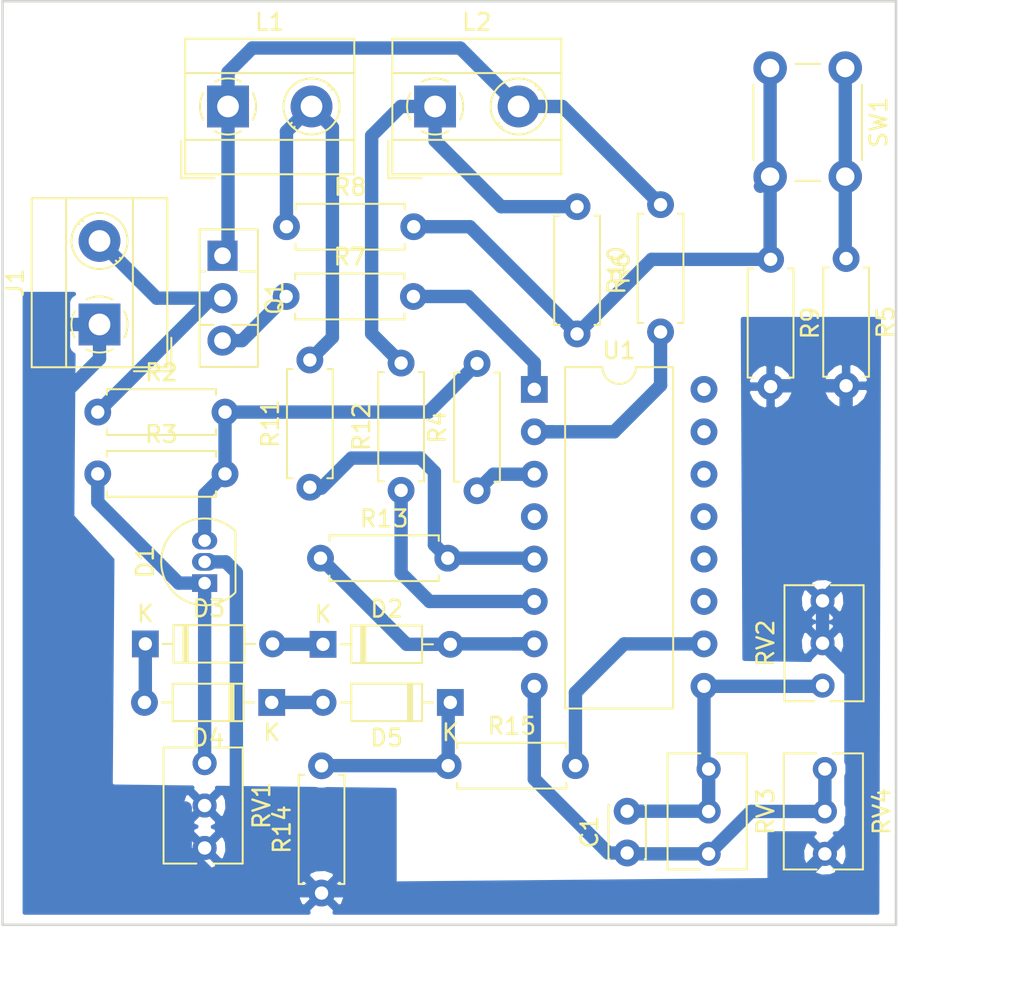
<source format=kicad_pcb>
(kicad_pcb (version 20171130) (host pcbnew 5.0.2-bee76a0~70~ubuntu18.04.1)

  (general
    (thickness 1.6)
    (drawings 7)
    (tracks 124)
    (zones 0)
    (modules 30)
    (nets 24)
  )

  (page A4)
  (layers
    (0 F.Cu signal)
    (31 B.Cu signal)
    (32 B.Adhes user)
    (33 F.Adhes user)
    (34 B.Paste user)
    (35 F.Paste user)
    (36 B.SilkS user)
    (37 F.SilkS user)
    (38 B.Mask user)
    (39 F.Mask user)
    (40 Dwgs.User user)
    (41 Cmts.User user)
    (42 Eco1.User user)
    (43 Eco2.User user)
    (44 Edge.Cuts user)
    (45 Margin user)
    (46 B.CrtYd user)
    (47 F.CrtYd user)
    (48 B.Fab user)
    (49 F.Fab user)
  )

  (setup
    (last_trace_width 0.25)
    (trace_clearance 0.2)
    (zone_clearance 0.508)
    (zone_45_only no)
    (trace_min 0.2)
    (segment_width 0.2)
    (edge_width 0.15)
    (via_size 0.8)
    (via_drill 0.4)
    (via_min_size 0.4)
    (via_min_drill 0.3)
    (uvia_size 0.3)
    (uvia_drill 0.1)
    (uvias_allowed no)
    (uvia_min_size 0.2)
    (uvia_min_drill 0.1)
    (pcb_text_width 0.3)
    (pcb_text_size 1.5 1.5)
    (mod_edge_width 0.15)
    (mod_text_size 1 1)
    (mod_text_width 0.15)
    (pad_size 1.524 1.524)
    (pad_drill 0.762)
    (pad_to_mask_clearance 0.051)
    (solder_mask_min_width 0.25)
    (aux_axis_origin 0 0)
    (visible_elements FFFFFF7F)
    (pcbplotparams
      (layerselection 0x010fc_ffffffff)
      (usegerberextensions false)
      (usegerberattributes false)
      (usegerberadvancedattributes false)
      (creategerberjobfile false)
      (excludeedgelayer true)
      (linewidth 0.100000)
      (plotframeref false)
      (viasonmask false)
      (mode 1)
      (useauxorigin false)
      (hpglpennumber 1)
      (hpglpenspeed 20)
      (hpglpendiameter 15.000000)
      (psnegative false)
      (psa4output false)
      (plotreference true)
      (plotvalue true)
      (plotinvisibletext false)
      (padsonsilk false)
      (subtractmaskfromsilk false)
      (outputformat 1)
      (mirror false)
      (drillshape 1)
      (scaleselection 1)
      (outputdirectory "./"))
  )

  (net 0 "")
  (net 1 "Net-(C1-Pad1)")
  (net 2 "Net-(C1-Pad2)")
  (net 3 GND)
  (net 4 "Net-(D1-Pad3)")
  (net 5 "Net-(D1-Pad1)")
  (net 6 "Net-(D2-Pad2)")
  (net 7 "Net-(D2-Pad1)")
  (net 8 "Net-(D3-Pad1)")
  (net 9 "Net-(D4-Pad1)")
  (net 10 "Net-(D5-Pad1)")
  (net 11 "Net-(L1-Pad1)")
  (net 12 "Net-(L1-Pad2)")
  (net 13 +12V)
  (net 14 "Net-(Q1-Pad3)")
  (net 15 "Net-(R4-Pad1)")
  (net 16 "Net-(R5-Pad1)")
  (net 17 "Net-(R6-Pad1)")
  (net 18 "Net-(R7-Pad2)")
  (net 19 "Net-(R10-Pad2)")
  (net 20 "Net-(R11-Pad1)")
  (net 21 "Net-(R12-Pad1)")
  (net 22 "Net-(R15-Pad2)")
  (net 23 "Net-(L2-Pad1)")

  (net_class Default "This is the default net class."
    (clearance 0.2)
    (trace_width 0.25)
    (via_dia 0.8)
    (via_drill 0.4)
    (uvia_dia 0.3)
    (uvia_drill 0.1)
  )

  (net_class 1MM ""
    (clearance 0.3)
    (trace_width 0.8)
    (via_dia 1)
    (via_drill 0.3)
    (uvia_dia 0.3)
    (uvia_drill 0.1)
    (add_net +12V)
    (add_net GND)
    (add_net "Net-(C1-Pad1)")
    (add_net "Net-(C1-Pad2)")
    (add_net "Net-(D1-Pad1)")
    (add_net "Net-(D1-Pad3)")
    (add_net "Net-(D2-Pad1)")
    (add_net "Net-(D2-Pad2)")
    (add_net "Net-(D3-Pad1)")
    (add_net "Net-(D4-Pad1)")
    (add_net "Net-(D5-Pad1)")
    (add_net "Net-(L1-Pad1)")
    (add_net "Net-(L1-Pad2)")
    (add_net "Net-(L2-Pad1)")
    (add_net "Net-(Q1-Pad3)")
    (add_net "Net-(R10-Pad2)")
    (add_net "Net-(R11-Pad1)")
    (add_net "Net-(R12-Pad1)")
    (add_net "Net-(R15-Pad2)")
    (add_net "Net-(R4-Pad1)")
    (add_net "Net-(R5-Pad1)")
    (add_net "Net-(R6-Pad1)")
    (add_net "Net-(R7-Pad2)")
  )

  (module Package_DIP:DIP-16_W10.16mm (layer F.Cu) (tedit 5A02E8C5) (tstamp 5EA012DB)
    (at 47.64 41.64)
    (descr "16-lead though-hole mounted DIP package, row spacing 10.16 mm (400 mils)")
    (tags "THT DIP DIL PDIP 2.54mm 10.16mm 400mil")
    (path /5E93A91F)
    (fp_text reference U1 (at 5.08 -2.33) (layer F.SilkS)
      (effects (font (size 1 1) (thickness 0.15)))
    )
    (fp_text value LM324 (at 5.08 20.11) (layer F.Fab)
      (effects (font (size 1 1) (thickness 0.15)))
    )
    (fp_text user %R (at 5.08 8.89) (layer F.Fab)
      (effects (font (size 1 1) (thickness 0.15)))
    )
    (fp_line (start 11.25 -1.55) (end -1.05 -1.55) (layer F.CrtYd) (width 0.05))
    (fp_line (start 11.25 19.3) (end 11.25 -1.55) (layer F.CrtYd) (width 0.05))
    (fp_line (start -1.05 19.3) (end 11.25 19.3) (layer F.CrtYd) (width 0.05))
    (fp_line (start -1.05 -1.55) (end -1.05 19.3) (layer F.CrtYd) (width 0.05))
    (fp_line (start 8.315 -1.33) (end 6.08 -1.33) (layer F.SilkS) (width 0.12))
    (fp_line (start 8.315 19.11) (end 8.315 -1.33) (layer F.SilkS) (width 0.12))
    (fp_line (start 1.845 19.11) (end 8.315 19.11) (layer F.SilkS) (width 0.12))
    (fp_line (start 1.845 -1.33) (end 1.845 19.11) (layer F.SilkS) (width 0.12))
    (fp_line (start 4.08 -1.33) (end 1.845 -1.33) (layer F.SilkS) (width 0.12))
    (fp_line (start 1.905 -0.27) (end 2.905 -1.27) (layer F.Fab) (width 0.1))
    (fp_line (start 1.905 19.05) (end 1.905 -0.27) (layer F.Fab) (width 0.1))
    (fp_line (start 8.255 19.05) (end 1.905 19.05) (layer F.Fab) (width 0.1))
    (fp_line (start 8.255 -1.27) (end 8.255 19.05) (layer F.Fab) (width 0.1))
    (fp_line (start 2.905 -1.27) (end 8.255 -1.27) (layer F.Fab) (width 0.1))
    (fp_arc (start 5.08 -1.33) (end 4.08 -1.33) (angle -180) (layer F.SilkS) (width 0.12))
    (pad 16 thru_hole oval (at 10.16 0) (size 1.6 1.6) (drill 0.8) (layers *.Cu *.Mask))
    (pad 8 thru_hole oval (at 0 17.78) (size 1.6 1.6) (drill 0.8) (layers *.Cu *.Mask)
      (net 1 "Net-(C1-Pad1)"))
    (pad 15 thru_hole oval (at 10.16 2.54) (size 1.6 1.6) (drill 0.8) (layers *.Cu *.Mask))
    (pad 7 thru_hole oval (at 0 15.24) (size 1.6 1.6) (drill 0.8) (layers *.Cu *.Mask)
      (net 6 "Net-(D2-Pad2)"))
    (pad 14 thru_hole oval (at 10.16 5.08) (size 1.6 1.6) (drill 0.8) (layers *.Cu *.Mask))
    (pad 6 thru_hole oval (at 0 12.7) (size 1.6 1.6) (drill 0.8) (layers *.Cu *.Mask)
      (net 21 "Net-(R12-Pad1)"))
    (pad 13 thru_hole oval (at 10.16 7.62) (size 1.6 1.6) (drill 0.8) (layers *.Cu *.Mask))
    (pad 5 thru_hole oval (at 0 10.16) (size 1.6 1.6) (drill 0.8) (layers *.Cu *.Mask)
      (net 20 "Net-(R11-Pad1)"))
    (pad 12 thru_hole oval (at 10.16 10.16) (size 1.6 1.6) (drill 0.8) (layers *.Cu *.Mask))
    (pad 4 thru_hole oval (at 0 7.62) (size 1.6 1.6) (drill 0.8) (layers *.Cu *.Mask))
    (pad 11 thru_hole oval (at 10.16 12.7) (size 1.6 1.6) (drill 0.8) (layers *.Cu *.Mask))
    (pad 3 thru_hole oval (at 0 5.08) (size 1.6 1.6) (drill 0.8) (layers *.Cu *.Mask)
      (net 15 "Net-(R4-Pad1)"))
    (pad 10 thru_hole oval (at 10.16 15.24) (size 1.6 1.6) (drill 0.8) (layers *.Cu *.Mask)
      (net 22 "Net-(R15-Pad2)"))
    (pad 2 thru_hole oval (at 0 2.54) (size 1.6 1.6) (drill 0.8) (layers *.Cu *.Mask)
      (net 17 "Net-(R6-Pad1)"))
    (pad 9 thru_hole oval (at 10.16 17.78) (size 1.6 1.6) (drill 0.8) (layers *.Cu *.Mask)
      (net 2 "Net-(C1-Pad2)"))
    (pad 1 thru_hole rect (at 0 0) (size 1.6 1.6) (drill 0.8) (layers *.Cu *.Mask)
      (net 18 "Net-(R7-Pad2)"))
    (model ${KISYS3DMOD}/Package_DIP.3dshapes/DIP-16_W10.16mm.wrl
      (at (xyz 0 0 0))
      (scale (xyz 1 1 1))
      (rotate (xyz 0 0 0))
    )
  )

  (module TerminalBlock_MetzConnect:TerminalBlock_MetzConnect_Type055_RT01502HDWU_1x02_P5.00mm_Horizontal (layer F.Cu) (tedit 5B294EA7) (tstamp 5EA38D04)
    (at 41.7 24.7)
    (descr "terminal block Metz Connect Type055_RT01502HDWU, 2 pins, pitch 5mm, size 10x8mm^2, drill diamater 1.3mm, pad diameter 2.5mm, see http://www.metz-connect.com/de/system/files/productfiles/Datenblatt_310551_RT015xxHDWU_OFF-022723S.pdf, script-generated using https://github.com/pointhi/kicad-footprint-generator/scripts/TerminalBlock_MetzConnect")
    (tags "THT terminal block Metz Connect Type055_RT01502HDWU pitch 5mm size 10x8mm^2 drill 1.3mm pad 2.5mm")
    (path /5E940D1E)
    (fp_text reference L2 (at 2.5 -5.06) (layer F.SilkS)
      (effects (font (size 1 1) (thickness 0.15)))
    )
    (fp_text value L (at 2.5 5.06) (layer F.Fab)
      (effects (font (size 1 1) (thickness 0.15)))
    )
    (fp_text user %R (at 2.5 3) (layer F.Fab)
      (effects (font (size 1 1) (thickness 0.15)))
    )
    (fp_line (start 8 -4.5) (end -3 -4.5) (layer F.CrtYd) (width 0.05))
    (fp_line (start 8 4.5) (end 8 -4.5) (layer F.CrtYd) (width 0.05))
    (fp_line (start -3 4.5) (end 8 4.5) (layer F.CrtYd) (width 0.05))
    (fp_line (start -3 -4.5) (end -3 4.5) (layer F.CrtYd) (width 0.05))
    (fp_line (start -2.8 4.3) (end -0.8 4.3) (layer F.SilkS) (width 0.12))
    (fp_line (start -2.8 2.06) (end -2.8 4.3) (layer F.SilkS) (width 0.12))
    (fp_line (start 3.82 0.976) (end 3.726 1.069) (layer F.SilkS) (width 0.12))
    (fp_line (start 6.07 -1.275) (end 6.011 -1.216) (layer F.SilkS) (width 0.12))
    (fp_line (start 3.99 1.216) (end 3.931 1.274) (layer F.SilkS) (width 0.12))
    (fp_line (start 6.275 -1.069) (end 6.181 -0.976) (layer F.SilkS) (width 0.12))
    (fp_line (start 5.955 -1.138) (end 3.863 0.955) (layer F.Fab) (width 0.1))
    (fp_line (start 6.138 -0.955) (end 4.046 1.138) (layer F.Fab) (width 0.1))
    (fp_line (start 0.955 -1.138) (end -1.138 0.955) (layer F.Fab) (width 0.1))
    (fp_line (start 1.138 -0.955) (end -0.955 1.138) (layer F.Fab) (width 0.1))
    (fp_line (start 7.56 -4.06) (end 7.56 4.06) (layer F.SilkS) (width 0.12))
    (fp_line (start -2.56 -4.06) (end -2.56 4.06) (layer F.SilkS) (width 0.12))
    (fp_line (start -2.56 4.06) (end 7.56 4.06) (layer F.SilkS) (width 0.12))
    (fp_line (start -2.56 -4.06) (end 7.56 -4.06) (layer F.SilkS) (width 0.12))
    (fp_line (start -2.56 -2) (end 7.56 -2) (layer F.SilkS) (width 0.12))
    (fp_line (start -2.5 -2) (end 7.5 -2) (layer F.Fab) (width 0.1))
    (fp_line (start -2.56 2) (end 7.56 2) (layer F.SilkS) (width 0.12))
    (fp_line (start -2.5 2) (end 7.5 2) (layer F.Fab) (width 0.1))
    (fp_line (start -2.5 2) (end -2.5 -4) (layer F.Fab) (width 0.1))
    (fp_line (start -0.5 4) (end -2.5 2) (layer F.Fab) (width 0.1))
    (fp_line (start 7.5 4) (end -0.5 4) (layer F.Fab) (width 0.1))
    (fp_line (start 7.5 -4) (end 7.5 4) (layer F.Fab) (width 0.1))
    (fp_line (start -2.5 -4) (end 7.5 -4) (layer F.Fab) (width 0.1))
    (fp_circle (center 5 0) (end 6.68 0) (layer F.SilkS) (width 0.12))
    (fp_circle (center 5 0) (end 6.5 0) (layer F.Fab) (width 0.1))
    (fp_circle (center 0 0) (end 1.5 0) (layer F.Fab) (width 0.1))
    (fp_arc (start 0 0) (end -0.789 1.484) (angle -29) (layer F.SilkS) (width 0.12))
    (fp_arc (start 0 0) (end -1.484 -0.789) (angle -56) (layer F.SilkS) (width 0.12))
    (fp_arc (start 0 0) (end 0.789 -1.484) (angle -56) (layer F.SilkS) (width 0.12))
    (fp_arc (start 0 0) (end 1.484 0.789) (angle -56) (layer F.SilkS) (width 0.12))
    (fp_arc (start 0 0) (end 0 1.68) (angle -28) (layer F.SilkS) (width 0.12))
    (pad 2 thru_hole circle (at 5 0) (size 2.5 2.5) (drill 1.3) (layers *.Cu *.Mask)
      (net 11 "Net-(L1-Pad1)"))
    (pad 1 thru_hole rect (at 0 0) (size 2.5 2.5) (drill 1.3) (layers *.Cu *.Mask)
      (net 23 "Net-(L2-Pad1)"))
    (model ${KISYS3DMOD}/TerminalBlock_MetzConnect.3dshapes/TerminalBlock_MetzConnect_Type055_RT01502HDWU_1x02_P5.00mm_Horizontal.wrl
      (at (xyz 0 0 0))
      (scale (xyz 1 1 1))
      (rotate (xyz 0 0 0))
    )
  )

  (module Capacitor_THT:C_Disc_D3.0mm_W2.0mm_P2.50mm (layer F.Cu) (tedit 5AE50EF0) (tstamp 5EA39BF0)
    (at 53.2 69.4 90)
    (descr "C, Disc series, Radial, pin pitch=2.50mm, , diameter*width=3*2mm^2, Capacitor")
    (tags "C Disc series Radial pin pitch 2.50mm  diameter 3mm width 2mm Capacitor")
    (path /5E94F551)
    (fp_text reference C1 (at 1.25 -2.25 90) (layer F.SilkS)
      (effects (font (size 1 1) (thickness 0.15)))
    )
    (fp_text value 47nF (at 1.25 2.25 90) (layer F.Fab)
      (effects (font (size 1 1) (thickness 0.15)))
    )
    (fp_text user %R (at 1.25 0 90) (layer F.Fab)
      (effects (font (size 0.6 0.6) (thickness 0.09)))
    )
    (fp_line (start 3.55 -1.25) (end -1.05 -1.25) (layer F.CrtYd) (width 0.05))
    (fp_line (start 3.55 1.25) (end 3.55 -1.25) (layer F.CrtYd) (width 0.05))
    (fp_line (start -1.05 1.25) (end 3.55 1.25) (layer F.CrtYd) (width 0.05))
    (fp_line (start -1.05 -1.25) (end -1.05 1.25) (layer F.CrtYd) (width 0.05))
    (fp_line (start 2.87 1.055) (end 2.87 1.12) (layer F.SilkS) (width 0.12))
    (fp_line (start 2.87 -1.12) (end 2.87 -1.055) (layer F.SilkS) (width 0.12))
    (fp_line (start -0.37 1.055) (end -0.37 1.12) (layer F.SilkS) (width 0.12))
    (fp_line (start -0.37 -1.12) (end -0.37 -1.055) (layer F.SilkS) (width 0.12))
    (fp_line (start -0.37 1.12) (end 2.87 1.12) (layer F.SilkS) (width 0.12))
    (fp_line (start -0.37 -1.12) (end 2.87 -1.12) (layer F.SilkS) (width 0.12))
    (fp_line (start 2.75 -1) (end -0.25 -1) (layer F.Fab) (width 0.1))
    (fp_line (start 2.75 1) (end 2.75 -1) (layer F.Fab) (width 0.1))
    (fp_line (start -0.25 1) (end 2.75 1) (layer F.Fab) (width 0.1))
    (fp_line (start -0.25 -1) (end -0.25 1) (layer F.Fab) (width 0.1))
    (pad 2 thru_hole circle (at 2.5 0 90) (size 1.6 1.6) (drill 0.8) (layers *.Cu *.Mask)
      (net 2 "Net-(C1-Pad2)"))
    (pad 1 thru_hole circle (at 0 0 90) (size 1.6 1.6) (drill 0.8) (layers *.Cu *.Mask)
      (net 1 "Net-(C1-Pad1)"))
    (model ${KISYS3DMOD}/Capacitor_THT.3dshapes/C_Disc_D3.0mm_W2.0mm_P2.50mm.wrl
      (at (xyz 0 0 0))
      (scale (xyz 1 1 1))
      (rotate (xyz 0 0 0))
    )
  )

  (module Resistor_THT:R_Axial_DIN0207_L6.3mm_D2.5mm_P7.62mm_Horizontal (layer F.Cu) (tedit 5AE5139B) (tstamp 5EA02BE0)
    (at 34.8384 51.7492)
    (descr "Resistor, Axial_DIN0207 series, Axial, Horizontal, pin pitch=7.62mm, 0.25W = 1/4W, length*diameter=6.3*2.5mm^2, http://cdn-reichelt.de/documents/datenblatt/B400/1_4W%23YAG.pdf")
    (tags "Resistor Axial_DIN0207 series Axial Horizontal pin pitch 7.62mm 0.25W = 1/4W length 6.3mm diameter 2.5mm")
    (path /5E94D2C0)
    (fp_text reference R13 (at 3.81 -2.37) (layer F.SilkS)
      (effects (font (size 1 1) (thickness 0.15)))
    )
    (fp_text value 12k (at 3.81 2.37) (layer F.Fab)
      (effects (font (size 1 1) (thickness 0.15)))
    )
    (fp_text user %R (at 3.81 0) (layer F.Fab)
      (effects (font (size 1 1) (thickness 0.15)))
    )
    (fp_line (start 8.67 -1.5) (end -1.05 -1.5) (layer F.CrtYd) (width 0.05))
    (fp_line (start 8.67 1.5) (end 8.67 -1.5) (layer F.CrtYd) (width 0.05))
    (fp_line (start -1.05 1.5) (end 8.67 1.5) (layer F.CrtYd) (width 0.05))
    (fp_line (start -1.05 -1.5) (end -1.05 1.5) (layer F.CrtYd) (width 0.05))
    (fp_line (start 7.08 1.37) (end 7.08 1.04) (layer F.SilkS) (width 0.12))
    (fp_line (start 0.54 1.37) (end 7.08 1.37) (layer F.SilkS) (width 0.12))
    (fp_line (start 0.54 1.04) (end 0.54 1.37) (layer F.SilkS) (width 0.12))
    (fp_line (start 7.08 -1.37) (end 7.08 -1.04) (layer F.SilkS) (width 0.12))
    (fp_line (start 0.54 -1.37) (end 7.08 -1.37) (layer F.SilkS) (width 0.12))
    (fp_line (start 0.54 -1.04) (end 0.54 -1.37) (layer F.SilkS) (width 0.12))
    (fp_line (start 7.62 0) (end 6.96 0) (layer F.Fab) (width 0.1))
    (fp_line (start 0 0) (end 0.66 0) (layer F.Fab) (width 0.1))
    (fp_line (start 6.96 -1.25) (end 0.66 -1.25) (layer F.Fab) (width 0.1))
    (fp_line (start 6.96 1.25) (end 6.96 -1.25) (layer F.Fab) (width 0.1))
    (fp_line (start 0.66 1.25) (end 6.96 1.25) (layer F.Fab) (width 0.1))
    (fp_line (start 0.66 -1.25) (end 0.66 1.25) (layer F.Fab) (width 0.1))
    (pad 2 thru_hole oval (at 7.62 0) (size 1.6 1.6) (drill 0.8) (layers *.Cu *.Mask)
      (net 20 "Net-(R11-Pad1)"))
    (pad 1 thru_hole circle (at 0 0) (size 1.6 1.6) (drill 0.8) (layers *.Cu *.Mask)
      (net 6 "Net-(D2-Pad2)"))
    (model ${KISYS3DMOD}/Resistor_THT.3dshapes/R_Axial_DIN0207_L6.3mm_D2.5mm_P7.62mm_Horizontal.wrl
      (at (xyz 0 0 0))
      (scale (xyz 1 1 1))
      (rotate (xyz 0 0 0))
    )
  )

  (module Resistor_THT:R_Axial_DIN0207_L6.3mm_D2.5mm_P7.62mm_Horizontal (layer F.Cu) (tedit 5AE5139B) (tstamp 5EA03208)
    (at 32.8 31.9)
    (descr "Resistor, Axial_DIN0207 series, Axial, Horizontal, pin pitch=7.62mm, 0.25W = 1/4W, length*diameter=6.3*2.5mm^2, http://cdn-reichelt.de/documents/datenblatt/B400/1_4W%23YAG.pdf")
    (tags "Resistor Axial_DIN0207 series Axial Horizontal pin pitch 7.62mm 0.25W = 1/4W length 6.3mm diameter 2.5mm")
    (path /5E940015)
    (fp_text reference R8 (at 3.81 -2.37) (layer F.SilkS)
      (effects (font (size 1 1) (thickness 0.15)))
    )
    (fp_text value 100 (at 3.81 2.37) (layer F.Fab)
      (effects (font (size 1 1) (thickness 0.15)))
    )
    (fp_line (start 0.66 -1.25) (end 0.66 1.25) (layer F.Fab) (width 0.1))
    (fp_line (start 0.66 1.25) (end 6.96 1.25) (layer F.Fab) (width 0.1))
    (fp_line (start 6.96 1.25) (end 6.96 -1.25) (layer F.Fab) (width 0.1))
    (fp_line (start 6.96 -1.25) (end 0.66 -1.25) (layer F.Fab) (width 0.1))
    (fp_line (start 0 0) (end 0.66 0) (layer F.Fab) (width 0.1))
    (fp_line (start 7.62 0) (end 6.96 0) (layer F.Fab) (width 0.1))
    (fp_line (start 0.54 -1.04) (end 0.54 -1.37) (layer F.SilkS) (width 0.12))
    (fp_line (start 0.54 -1.37) (end 7.08 -1.37) (layer F.SilkS) (width 0.12))
    (fp_line (start 7.08 -1.37) (end 7.08 -1.04) (layer F.SilkS) (width 0.12))
    (fp_line (start 0.54 1.04) (end 0.54 1.37) (layer F.SilkS) (width 0.12))
    (fp_line (start 0.54 1.37) (end 7.08 1.37) (layer F.SilkS) (width 0.12))
    (fp_line (start 7.08 1.37) (end 7.08 1.04) (layer F.SilkS) (width 0.12))
    (fp_line (start -1.05 -1.5) (end -1.05 1.5) (layer F.CrtYd) (width 0.05))
    (fp_line (start -1.05 1.5) (end 8.67 1.5) (layer F.CrtYd) (width 0.05))
    (fp_line (start 8.67 1.5) (end 8.67 -1.5) (layer F.CrtYd) (width 0.05))
    (fp_line (start 8.67 -1.5) (end -1.05 -1.5) (layer F.CrtYd) (width 0.05))
    (fp_text user %R (at 3.81 0) (layer F.Fab)
      (effects (font (size 1 1) (thickness 0.15)))
    )
    (pad 1 thru_hole circle (at 0 0) (size 1.6 1.6) (drill 0.8) (layers *.Cu *.Mask)
      (net 12 "Net-(L1-Pad2)"))
    (pad 2 thru_hole oval (at 7.62 0) (size 1.6 1.6) (drill 0.8) (layers *.Cu *.Mask)
      (net 19 "Net-(R10-Pad2)"))
    (model ${KISYS3DMOD}/Resistor_THT.3dshapes/R_Axial_DIN0207_L6.3mm_D2.5mm_P7.62mm_Horizontal.wrl
      (at (xyz 0 0 0))
      (scale (xyz 1 1 1))
      (rotate (xyz 0 0 0))
    )
  )

  (module Resistor_THT:R_Axial_DIN0207_L6.3mm_D2.5mm_P7.62mm_Horizontal (layer F.Cu) (tedit 5AE5139B) (tstamp 5EA02B46)
    (at 55.2 38.2 90)
    (descr "Resistor, Axial_DIN0207 series, Axial, Horizontal, pin pitch=7.62mm, 0.25W = 1/4W, length*diameter=6.3*2.5mm^2, http://cdn-reichelt.de/documents/datenblatt/B400/1_4W%23YAG.pdf")
    (tags "Resistor Axial_DIN0207 series Axial Horizontal pin pitch 7.62mm 0.25W = 1/4W length 6.3mm diameter 2.5mm")
    (path /5E93B372)
    (fp_text reference R6 (at 3.81 -2.37 90) (layer F.SilkS)
      (effects (font (size 1 1) (thickness 0.15)))
    )
    (fp_text value 10k (at 3.81 2.37 90) (layer F.Fab)
      (effects (font (size 1 1) (thickness 0.15)))
    )
    (fp_line (start 0.66 -1.25) (end 0.66 1.25) (layer F.Fab) (width 0.1))
    (fp_line (start 0.66 1.25) (end 6.96 1.25) (layer F.Fab) (width 0.1))
    (fp_line (start 6.96 1.25) (end 6.96 -1.25) (layer F.Fab) (width 0.1))
    (fp_line (start 6.96 -1.25) (end 0.66 -1.25) (layer F.Fab) (width 0.1))
    (fp_line (start 0 0) (end 0.66 0) (layer F.Fab) (width 0.1))
    (fp_line (start 7.62 0) (end 6.96 0) (layer F.Fab) (width 0.1))
    (fp_line (start 0.54 -1.04) (end 0.54 -1.37) (layer F.SilkS) (width 0.12))
    (fp_line (start 0.54 -1.37) (end 7.08 -1.37) (layer F.SilkS) (width 0.12))
    (fp_line (start 7.08 -1.37) (end 7.08 -1.04) (layer F.SilkS) (width 0.12))
    (fp_line (start 0.54 1.04) (end 0.54 1.37) (layer F.SilkS) (width 0.12))
    (fp_line (start 0.54 1.37) (end 7.08 1.37) (layer F.SilkS) (width 0.12))
    (fp_line (start 7.08 1.37) (end 7.08 1.04) (layer F.SilkS) (width 0.12))
    (fp_line (start -1.05 -1.5) (end -1.05 1.5) (layer F.CrtYd) (width 0.05))
    (fp_line (start -1.05 1.5) (end 8.67 1.5) (layer F.CrtYd) (width 0.05))
    (fp_line (start 8.67 1.5) (end 8.67 -1.5) (layer F.CrtYd) (width 0.05))
    (fp_line (start 8.67 -1.5) (end -1.05 -1.5) (layer F.CrtYd) (width 0.05))
    (fp_text user %R (at 3.81 0 90) (layer F.Fab)
      (effects (font (size 1 1) (thickness 0.15)))
    )
    (pad 1 thru_hole circle (at 0 0 90) (size 1.6 1.6) (drill 0.8) (layers *.Cu *.Mask)
      (net 17 "Net-(R6-Pad1)"))
    (pad 2 thru_hole oval (at 7.62 0 90) (size 1.6 1.6) (drill 0.8) (layers *.Cu *.Mask)
      (net 11 "Net-(L1-Pad1)"))
    (model ${KISYS3DMOD}/Resistor_THT.3dshapes/R_Axial_DIN0207_L6.3mm_D2.5mm_P7.62mm_Horizontal.wrl
      (at (xyz 0 0 0))
      (scale (xyz 1 1 1))
      (rotate (xyz 0 0 0))
    )
  )

  (module Resistor_THT:R_Axial_DIN0207_L6.3mm_D2.5mm_P7.62mm_Horizontal (layer F.Cu) (tedit 5AE5139B) (tstamp 5EA03F10)
    (at 34.2 47.5 90)
    (descr "Resistor, Axial_DIN0207 series, Axial, Horizontal, pin pitch=7.62mm, 0.25W = 1/4W, length*diameter=6.3*2.5mm^2, http://cdn-reichelt.de/documents/datenblatt/B400/1_4W%23YAG.pdf")
    (tags "Resistor Axial_DIN0207 series Axial Horizontal pin pitch 7.62mm 0.25W = 1/4W length 6.3mm diameter 2.5mm")
    (path /5E93FEC1)
    (fp_text reference R11 (at 3.81 -2.37 90) (layer F.SilkS)
      (effects (font (size 1 1) (thickness 0.15)))
    )
    (fp_text value 4k7 (at 3.81 2.37 90) (layer F.Fab)
      (effects (font (size 1 1) (thickness 0.15)))
    )
    (fp_text user %R (at 3.81 0 90) (layer F.Fab)
      (effects (font (size 1 1) (thickness 0.15)))
    )
    (fp_line (start 8.67 -1.5) (end -1.05 -1.5) (layer F.CrtYd) (width 0.05))
    (fp_line (start 8.67 1.5) (end 8.67 -1.5) (layer F.CrtYd) (width 0.05))
    (fp_line (start -1.05 1.5) (end 8.67 1.5) (layer F.CrtYd) (width 0.05))
    (fp_line (start -1.05 -1.5) (end -1.05 1.5) (layer F.CrtYd) (width 0.05))
    (fp_line (start 7.08 1.37) (end 7.08 1.04) (layer F.SilkS) (width 0.12))
    (fp_line (start 0.54 1.37) (end 7.08 1.37) (layer F.SilkS) (width 0.12))
    (fp_line (start 0.54 1.04) (end 0.54 1.37) (layer F.SilkS) (width 0.12))
    (fp_line (start 7.08 -1.37) (end 7.08 -1.04) (layer F.SilkS) (width 0.12))
    (fp_line (start 0.54 -1.37) (end 7.08 -1.37) (layer F.SilkS) (width 0.12))
    (fp_line (start 0.54 -1.04) (end 0.54 -1.37) (layer F.SilkS) (width 0.12))
    (fp_line (start 7.62 0) (end 6.96 0) (layer F.Fab) (width 0.1))
    (fp_line (start 0 0) (end 0.66 0) (layer F.Fab) (width 0.1))
    (fp_line (start 6.96 -1.25) (end 0.66 -1.25) (layer F.Fab) (width 0.1))
    (fp_line (start 6.96 1.25) (end 6.96 -1.25) (layer F.Fab) (width 0.1))
    (fp_line (start 0.66 1.25) (end 6.96 1.25) (layer F.Fab) (width 0.1))
    (fp_line (start 0.66 -1.25) (end 0.66 1.25) (layer F.Fab) (width 0.1))
    (pad 2 thru_hole oval (at 7.62 0 90) (size 1.6 1.6) (drill 0.8) (layers *.Cu *.Mask)
      (net 12 "Net-(L1-Pad2)"))
    (pad 1 thru_hole circle (at 0 0 90) (size 1.6 1.6) (drill 0.8) (layers *.Cu *.Mask)
      (net 20 "Net-(R11-Pad1)"))
    (model ${KISYS3DMOD}/Resistor_THT.3dshapes/R_Axial_DIN0207_L6.3mm_D2.5mm_P7.62mm_Horizontal.wrl
      (at (xyz 0 0 0))
      (scale (xyz 1 1 1))
      (rotate (xyz 0 0 0))
    )
  )

  (module Resistor_THT:R_Axial_DIN0207_L6.3mm_D2.5mm_P7.62mm_Horizontal (layer F.Cu) (tedit 5AE5139B) (tstamp 5EA02B30)
    (at 66.3108 33.8046 270)
    (descr "Resistor, Axial_DIN0207 series, Axial, Horizontal, pin pitch=7.62mm, 0.25W = 1/4W, length*diameter=6.3*2.5mm^2, http://cdn-reichelt.de/documents/datenblatt/B400/1_4W%23YAG.pdf")
    (tags "Resistor Axial_DIN0207 series Axial Horizontal pin pitch 7.62mm 0.25W = 1/4W length 6.3mm diameter 2.5mm")
    (path /5E946F4F)
    (fp_text reference R5 (at 3.81 -2.37 270) (layer F.SilkS)
      (effects (font (size 1 1) (thickness 0.15)))
    )
    (fp_text value 120 (at 3.81 2.37 270) (layer F.Fab)
      (effects (font (size 1 1) (thickness 0.15)))
    )
    (fp_text user %R (at 3.81 0 270) (layer F.Fab)
      (effects (font (size 1 1) (thickness 0.15)))
    )
    (fp_line (start 8.67 -1.5) (end -1.05 -1.5) (layer F.CrtYd) (width 0.05))
    (fp_line (start 8.67 1.5) (end 8.67 -1.5) (layer F.CrtYd) (width 0.05))
    (fp_line (start -1.05 1.5) (end 8.67 1.5) (layer F.CrtYd) (width 0.05))
    (fp_line (start -1.05 -1.5) (end -1.05 1.5) (layer F.CrtYd) (width 0.05))
    (fp_line (start 7.08 1.37) (end 7.08 1.04) (layer F.SilkS) (width 0.12))
    (fp_line (start 0.54 1.37) (end 7.08 1.37) (layer F.SilkS) (width 0.12))
    (fp_line (start 0.54 1.04) (end 0.54 1.37) (layer F.SilkS) (width 0.12))
    (fp_line (start 7.08 -1.37) (end 7.08 -1.04) (layer F.SilkS) (width 0.12))
    (fp_line (start 0.54 -1.37) (end 7.08 -1.37) (layer F.SilkS) (width 0.12))
    (fp_line (start 0.54 -1.04) (end 0.54 -1.37) (layer F.SilkS) (width 0.12))
    (fp_line (start 7.62 0) (end 6.96 0) (layer F.Fab) (width 0.1))
    (fp_line (start 0 0) (end 0.66 0) (layer F.Fab) (width 0.1))
    (fp_line (start 6.96 -1.25) (end 0.66 -1.25) (layer F.Fab) (width 0.1))
    (fp_line (start 6.96 1.25) (end 6.96 -1.25) (layer F.Fab) (width 0.1))
    (fp_line (start 0.66 1.25) (end 6.96 1.25) (layer F.Fab) (width 0.1))
    (fp_line (start 0.66 -1.25) (end 0.66 1.25) (layer F.Fab) (width 0.1))
    (pad 2 thru_hole oval (at 7.62 0 270) (size 1.6 1.6) (drill 0.8) (layers *.Cu *.Mask)
      (net 3 GND))
    (pad 1 thru_hole circle (at 0 0 270) (size 1.6 1.6) (drill 0.8) (layers *.Cu *.Mask)
      (net 16 "Net-(R5-Pad1)"))
    (model ${KISYS3DMOD}/Resistor_THT.3dshapes/R_Axial_DIN0207_L6.3mm_D2.5mm_P7.62mm_Horizontal.wrl
      (at (xyz 0 0 0))
      (scale (xyz 1 1 1))
      (rotate (xyz 0 0 0))
    )
  )

  (module Resistor_THT:R_Axial_DIN0207_L6.3mm_D2.5mm_P7.62mm_Horizontal (layer F.Cu) (tedit 5AE5139B) (tstamp 5EA02B5C)
    (at 32.781 36.0774)
    (descr "Resistor, Axial_DIN0207 series, Axial, Horizontal, pin pitch=7.62mm, 0.25W = 1/4W, length*diameter=6.3*2.5mm^2, http://cdn-reichelt.de/documents/datenblatt/B400/1_4W%23YAG.pdf")
    (tags "Resistor Axial_DIN0207 series Axial Horizontal pin pitch 7.62mm 0.25W = 1/4W length 6.3mm diameter 2.5mm")
    (path /5E93B863)
    (fp_text reference R7 (at 3.81 -2.37) (layer F.SilkS)
      (effects (font (size 1 1) (thickness 0.15)))
    )
    (fp_text value 240 (at 3.81 2.37) (layer F.Fab)
      (effects (font (size 1 1) (thickness 0.15)))
    )
    (fp_line (start 0.66 -1.25) (end 0.66 1.25) (layer F.Fab) (width 0.1))
    (fp_line (start 0.66 1.25) (end 6.96 1.25) (layer F.Fab) (width 0.1))
    (fp_line (start 6.96 1.25) (end 6.96 -1.25) (layer F.Fab) (width 0.1))
    (fp_line (start 6.96 -1.25) (end 0.66 -1.25) (layer F.Fab) (width 0.1))
    (fp_line (start 0 0) (end 0.66 0) (layer F.Fab) (width 0.1))
    (fp_line (start 7.62 0) (end 6.96 0) (layer F.Fab) (width 0.1))
    (fp_line (start 0.54 -1.04) (end 0.54 -1.37) (layer F.SilkS) (width 0.12))
    (fp_line (start 0.54 -1.37) (end 7.08 -1.37) (layer F.SilkS) (width 0.12))
    (fp_line (start 7.08 -1.37) (end 7.08 -1.04) (layer F.SilkS) (width 0.12))
    (fp_line (start 0.54 1.04) (end 0.54 1.37) (layer F.SilkS) (width 0.12))
    (fp_line (start 0.54 1.37) (end 7.08 1.37) (layer F.SilkS) (width 0.12))
    (fp_line (start 7.08 1.37) (end 7.08 1.04) (layer F.SilkS) (width 0.12))
    (fp_line (start -1.05 -1.5) (end -1.05 1.5) (layer F.CrtYd) (width 0.05))
    (fp_line (start -1.05 1.5) (end 8.67 1.5) (layer F.CrtYd) (width 0.05))
    (fp_line (start 8.67 1.5) (end 8.67 -1.5) (layer F.CrtYd) (width 0.05))
    (fp_line (start 8.67 -1.5) (end -1.05 -1.5) (layer F.CrtYd) (width 0.05))
    (fp_text user %R (at 3.81 0) (layer F.Fab)
      (effects (font (size 1 1) (thickness 0.15)))
    )
    (pad 1 thru_hole circle (at 0 0) (size 1.6 1.6) (drill 0.8) (layers *.Cu *.Mask)
      (net 14 "Net-(Q1-Pad3)"))
    (pad 2 thru_hole oval (at 7.62 0) (size 1.6 1.6) (drill 0.8) (layers *.Cu *.Mask)
      (net 18 "Net-(R7-Pad2)"))
    (model ${KISYS3DMOD}/Resistor_THT.3dshapes/R_Axial_DIN0207_L6.3mm_D2.5mm_P7.62mm_Horizontal.wrl
      (at (xyz 0 0 0))
      (scale (xyz 1 1 1))
      (rotate (xyz 0 0 0))
    )
  )

  (module Package_TO_SOT_THT:TO-92_Inline (layer F.Cu) (tedit 5A1DD157) (tstamp 5EA010D6)
    (at 27.9 53.24 90)
    (descr "TO-92 leads in-line, narrow, oval pads, drill 0.75mm (see NXP sot054_po.pdf)")
    (tags "to-92 sc-43 sc-43a sot54 PA33 transistor")
    (path /5E93AA71)
    (fp_text reference D1 (at 1.27 -3.56 90) (layer F.SilkS)
      (effects (font (size 1 1) (thickness 0.15)))
    )
    (fp_text value TL431LP (at 1.27 2.79 90) (layer F.Fab)
      (effects (font (size 1 1) (thickness 0.15)))
    )
    (fp_arc (start 1.27 0) (end 1.27 -2.6) (angle 135) (layer F.SilkS) (width 0.12))
    (fp_arc (start 1.27 0) (end 1.27 -2.48) (angle -135) (layer F.Fab) (width 0.1))
    (fp_arc (start 1.27 0) (end 1.27 -2.6) (angle -135) (layer F.SilkS) (width 0.12))
    (fp_arc (start 1.27 0) (end 1.27 -2.48) (angle 135) (layer F.Fab) (width 0.1))
    (fp_line (start 4 2.01) (end -1.46 2.01) (layer F.CrtYd) (width 0.05))
    (fp_line (start 4 2.01) (end 4 -2.73) (layer F.CrtYd) (width 0.05))
    (fp_line (start -1.46 -2.73) (end -1.46 2.01) (layer F.CrtYd) (width 0.05))
    (fp_line (start -1.46 -2.73) (end 4 -2.73) (layer F.CrtYd) (width 0.05))
    (fp_line (start -0.5 1.75) (end 3 1.75) (layer F.Fab) (width 0.1))
    (fp_line (start -0.53 1.85) (end 3.07 1.85) (layer F.SilkS) (width 0.12))
    (fp_text user %R (at 1.27 -3.56 90) (layer F.Fab)
      (effects (font (size 1 1) (thickness 0.15)))
    )
    (pad 1 thru_hole rect (at 0 0 90) (size 1.05 1.5) (drill 0.75) (layers *.Cu *.Mask)
      (net 5 "Net-(D1-Pad1)"))
    (pad 3 thru_hole oval (at 2.54 0 90) (size 1.05 1.5) (drill 0.75) (layers *.Cu *.Mask)
      (net 4 "Net-(D1-Pad3)"))
    (pad 2 thru_hole oval (at 1.27 0 90) (size 1.05 1.5) (drill 0.75) (layers *.Cu *.Mask)
      (net 3 GND))
    (model ${KISYS3DMOD}/Package_TO_SOT_THT.3dshapes/TO-92_Inline.wrl
      (at (xyz 0 0 0))
      (scale (xyz 1 1 1))
      (rotate (xyz 0 0 0))
    )
  )

  (module Diode_THT:D_DO-35_SOD27_P7.62mm_Horizontal (layer F.Cu) (tedit 5AE50CD5) (tstamp 5EA31AFE)
    (at 34.9908 56.9054)
    (descr "Diode, DO-35_SOD27 series, Axial, Horizontal, pin pitch=7.62mm, , length*diameter=4*2mm^2, , http://www.diodes.com/_files/packages/DO-35.pdf")
    (tags "Diode DO-35_SOD27 series Axial Horizontal pin pitch 7.62mm  length 4mm diameter 2mm")
    (path /5E93AB6C)
    (fp_text reference D2 (at 3.81 -2.12) (layer F.SilkS)
      (effects (font (size 1 1) (thickness 0.15)))
    )
    (fp_text value 1N4148 (at 3.81 2.12) (layer F.Fab)
      (effects (font (size 1 1) (thickness 0.15)))
    )
    (fp_text user K (at 0 -1.8) (layer F.SilkS)
      (effects (font (size 1 1) (thickness 0.15)))
    )
    (fp_text user K (at 0 -1.8) (layer F.Fab)
      (effects (font (size 1 1) (thickness 0.15)))
    )
    (fp_text user %R (at 4.11 0) (layer F.Fab)
      (effects (font (size 0.8 0.8) (thickness 0.12)))
    )
    (fp_line (start 8.67 -1.25) (end -1.05 -1.25) (layer F.CrtYd) (width 0.05))
    (fp_line (start 8.67 1.25) (end 8.67 -1.25) (layer F.CrtYd) (width 0.05))
    (fp_line (start -1.05 1.25) (end 8.67 1.25) (layer F.CrtYd) (width 0.05))
    (fp_line (start -1.05 -1.25) (end -1.05 1.25) (layer F.CrtYd) (width 0.05))
    (fp_line (start 2.29 -1.12) (end 2.29 1.12) (layer F.SilkS) (width 0.12))
    (fp_line (start 2.53 -1.12) (end 2.53 1.12) (layer F.SilkS) (width 0.12))
    (fp_line (start 2.41 -1.12) (end 2.41 1.12) (layer F.SilkS) (width 0.12))
    (fp_line (start 6.58 0) (end 5.93 0) (layer F.SilkS) (width 0.12))
    (fp_line (start 1.04 0) (end 1.69 0) (layer F.SilkS) (width 0.12))
    (fp_line (start 5.93 -1.12) (end 1.69 -1.12) (layer F.SilkS) (width 0.12))
    (fp_line (start 5.93 1.12) (end 5.93 -1.12) (layer F.SilkS) (width 0.12))
    (fp_line (start 1.69 1.12) (end 5.93 1.12) (layer F.SilkS) (width 0.12))
    (fp_line (start 1.69 -1.12) (end 1.69 1.12) (layer F.SilkS) (width 0.12))
    (fp_line (start 2.31 -1) (end 2.31 1) (layer F.Fab) (width 0.1))
    (fp_line (start 2.51 -1) (end 2.51 1) (layer F.Fab) (width 0.1))
    (fp_line (start 2.41 -1) (end 2.41 1) (layer F.Fab) (width 0.1))
    (fp_line (start 7.62 0) (end 5.81 0) (layer F.Fab) (width 0.1))
    (fp_line (start 0 0) (end 1.81 0) (layer F.Fab) (width 0.1))
    (fp_line (start 5.81 -1) (end 1.81 -1) (layer F.Fab) (width 0.1))
    (fp_line (start 5.81 1) (end 5.81 -1) (layer F.Fab) (width 0.1))
    (fp_line (start 1.81 1) (end 5.81 1) (layer F.Fab) (width 0.1))
    (fp_line (start 1.81 -1) (end 1.81 1) (layer F.Fab) (width 0.1))
    (pad 2 thru_hole oval (at 7.62 0) (size 1.6 1.6) (drill 0.8) (layers *.Cu *.Mask)
      (net 6 "Net-(D2-Pad2)"))
    (pad 1 thru_hole rect (at 0 0) (size 1.6 1.6) (drill 0.8) (layers *.Cu *.Mask)
      (net 7 "Net-(D2-Pad1)"))
    (model ${KISYS3DMOD}/Diode_THT.3dshapes/D_DO-35_SOD27_P7.62mm_Horizontal.wrl
      (at (xyz 0 0 0))
      (scale (xyz 1 1 1))
      (rotate (xyz 0 0 0))
    )
  )

  (module Diode_THT:D_DO-35_SOD27_P7.62mm_Horizontal (layer F.Cu) (tedit 5AE50CD5) (tstamp 5EA2B81E)
    (at 24.3482 56.88)
    (descr "Diode, DO-35_SOD27 series, Axial, Horizontal, pin pitch=7.62mm, , length*diameter=4*2mm^2, , http://www.diodes.com/_files/packages/DO-35.pdf")
    (tags "Diode DO-35_SOD27 series Axial Horizontal pin pitch 7.62mm  length 4mm diameter 2mm")
    (path /5E94E189)
    (fp_text reference D3 (at 3.81 -2.12) (layer F.SilkS)
      (effects (font (size 1 1) (thickness 0.15)))
    )
    (fp_text value 1N4148 (at 3.81 2.12) (layer F.Fab)
      (effects (font (size 1 1) (thickness 0.15)))
    )
    (fp_text user K (at 0 -1.8) (layer F.SilkS)
      (effects (font (size 1 1) (thickness 0.15)))
    )
    (fp_text user K (at 0 -1.8) (layer F.Fab)
      (effects (font (size 1 1) (thickness 0.15)))
    )
    (fp_text user %R (at 4.11 0) (layer F.Fab)
      (effects (font (size 0.8 0.8) (thickness 0.12)))
    )
    (fp_line (start 8.67 -1.25) (end -1.05 -1.25) (layer F.CrtYd) (width 0.05))
    (fp_line (start 8.67 1.25) (end 8.67 -1.25) (layer F.CrtYd) (width 0.05))
    (fp_line (start -1.05 1.25) (end 8.67 1.25) (layer F.CrtYd) (width 0.05))
    (fp_line (start -1.05 -1.25) (end -1.05 1.25) (layer F.CrtYd) (width 0.05))
    (fp_line (start 2.29 -1.12) (end 2.29 1.12) (layer F.SilkS) (width 0.12))
    (fp_line (start 2.53 -1.12) (end 2.53 1.12) (layer F.SilkS) (width 0.12))
    (fp_line (start 2.41 -1.12) (end 2.41 1.12) (layer F.SilkS) (width 0.12))
    (fp_line (start 6.58 0) (end 5.93 0) (layer F.SilkS) (width 0.12))
    (fp_line (start 1.04 0) (end 1.69 0) (layer F.SilkS) (width 0.12))
    (fp_line (start 5.93 -1.12) (end 1.69 -1.12) (layer F.SilkS) (width 0.12))
    (fp_line (start 5.93 1.12) (end 5.93 -1.12) (layer F.SilkS) (width 0.12))
    (fp_line (start 1.69 1.12) (end 5.93 1.12) (layer F.SilkS) (width 0.12))
    (fp_line (start 1.69 -1.12) (end 1.69 1.12) (layer F.SilkS) (width 0.12))
    (fp_line (start 2.31 -1) (end 2.31 1) (layer F.Fab) (width 0.1))
    (fp_line (start 2.51 -1) (end 2.51 1) (layer F.Fab) (width 0.1))
    (fp_line (start 2.41 -1) (end 2.41 1) (layer F.Fab) (width 0.1))
    (fp_line (start 7.62 0) (end 5.81 0) (layer F.Fab) (width 0.1))
    (fp_line (start 0 0) (end 1.81 0) (layer F.Fab) (width 0.1))
    (fp_line (start 5.81 -1) (end 1.81 -1) (layer F.Fab) (width 0.1))
    (fp_line (start 5.81 1) (end 5.81 -1) (layer F.Fab) (width 0.1))
    (fp_line (start 1.81 1) (end 5.81 1) (layer F.Fab) (width 0.1))
    (fp_line (start 1.81 -1) (end 1.81 1) (layer F.Fab) (width 0.1))
    (pad 2 thru_hole oval (at 7.62 0) (size 1.6 1.6) (drill 0.8) (layers *.Cu *.Mask)
      (net 7 "Net-(D2-Pad1)"))
    (pad 1 thru_hole rect (at 0 0) (size 1.6 1.6) (drill 0.8) (layers *.Cu *.Mask)
      (net 8 "Net-(D3-Pad1)"))
    (model ${KISYS3DMOD}/Diode_THT.3dshapes/D_DO-35_SOD27_P7.62mm_Horizontal.wrl
      (at (xyz 0 0 0))
      (scale (xyz 1 1 1))
      (rotate (xyz 0 0 0))
    )
  )

  (module Diode_THT:D_DO-35_SOD27_P7.62mm_Horizontal (layer F.Cu) (tedit 5AE50CD5) (tstamp 5EA31A85)
    (at 31.9174 60.3852 180)
    (descr "Diode, DO-35_SOD27 series, Axial, Horizontal, pin pitch=7.62mm, , length*diameter=4*2mm^2, , http://www.diodes.com/_files/packages/DO-35.pdf")
    (tags "Diode DO-35_SOD27 series Axial Horizontal pin pitch 7.62mm  length 4mm diameter 2mm")
    (path /5E94E1DD)
    (fp_text reference D4 (at 3.81 -2.12 180) (layer F.SilkS)
      (effects (font (size 1 1) (thickness 0.15)))
    )
    (fp_text value 1N4148 (at 3.81 2.12 180) (layer F.Fab)
      (effects (font (size 1 1) (thickness 0.15)))
    )
    (fp_text user K (at 0 -1.8 180) (layer F.SilkS)
      (effects (font (size 1 1) (thickness 0.15)))
    )
    (fp_text user K (at 0 -1.8 180) (layer F.Fab)
      (effects (font (size 1 1) (thickness 0.15)))
    )
    (fp_text user %R (at 4.11 0 180) (layer F.Fab)
      (effects (font (size 0.8 0.8) (thickness 0.12)))
    )
    (fp_line (start 8.67 -1.25) (end -1.05 -1.25) (layer F.CrtYd) (width 0.05))
    (fp_line (start 8.67 1.25) (end 8.67 -1.25) (layer F.CrtYd) (width 0.05))
    (fp_line (start -1.05 1.25) (end 8.67 1.25) (layer F.CrtYd) (width 0.05))
    (fp_line (start -1.05 -1.25) (end -1.05 1.25) (layer F.CrtYd) (width 0.05))
    (fp_line (start 2.29 -1.12) (end 2.29 1.12) (layer F.SilkS) (width 0.12))
    (fp_line (start 2.53 -1.12) (end 2.53 1.12) (layer F.SilkS) (width 0.12))
    (fp_line (start 2.41 -1.12) (end 2.41 1.12) (layer F.SilkS) (width 0.12))
    (fp_line (start 6.58 0) (end 5.93 0) (layer F.SilkS) (width 0.12))
    (fp_line (start 1.04 0) (end 1.69 0) (layer F.SilkS) (width 0.12))
    (fp_line (start 5.93 -1.12) (end 1.69 -1.12) (layer F.SilkS) (width 0.12))
    (fp_line (start 5.93 1.12) (end 5.93 -1.12) (layer F.SilkS) (width 0.12))
    (fp_line (start 1.69 1.12) (end 5.93 1.12) (layer F.SilkS) (width 0.12))
    (fp_line (start 1.69 -1.12) (end 1.69 1.12) (layer F.SilkS) (width 0.12))
    (fp_line (start 2.31 -1) (end 2.31 1) (layer F.Fab) (width 0.1))
    (fp_line (start 2.51 -1) (end 2.51 1) (layer F.Fab) (width 0.1))
    (fp_line (start 2.41 -1) (end 2.41 1) (layer F.Fab) (width 0.1))
    (fp_line (start 7.62 0) (end 5.81 0) (layer F.Fab) (width 0.1))
    (fp_line (start 0 0) (end 1.81 0) (layer F.Fab) (width 0.1))
    (fp_line (start 5.81 -1) (end 1.81 -1) (layer F.Fab) (width 0.1))
    (fp_line (start 5.81 1) (end 5.81 -1) (layer F.Fab) (width 0.1))
    (fp_line (start 1.81 1) (end 5.81 1) (layer F.Fab) (width 0.1))
    (fp_line (start 1.81 -1) (end 1.81 1) (layer F.Fab) (width 0.1))
    (pad 2 thru_hole oval (at 7.62 0 180) (size 1.6 1.6) (drill 0.8) (layers *.Cu *.Mask)
      (net 8 "Net-(D3-Pad1)"))
    (pad 1 thru_hole rect (at 0 0 180) (size 1.6 1.6) (drill 0.8) (layers *.Cu *.Mask)
      (net 9 "Net-(D4-Pad1)"))
    (model ${KISYS3DMOD}/Diode_THT.3dshapes/D_DO-35_SOD27_P7.62mm_Horizontal.wrl
      (at (xyz 0 0 0))
      (scale (xyz 1 1 1))
      (rotate (xyz 0 0 0))
    )
  )

  (module Package_TO_SOT_THT:TO-126-3_Vertical (layer F.Cu) (tedit 5AC8BA0D) (tstamp 5EA0118A)
    (at 28.971 33.639 270)
    (descr "TO-126-3, Vertical, RM 2.54mm, see https://www.diodes.com/assets/Package-Files/TO126.pdf")
    (tags "TO-126-3 Vertical RM 2.54mm")
    (path /5E93AD70)
    (fp_text reference Q1 (at 2.54 -3.12 270) (layer F.SilkS)
      (effects (font (size 1 1) (thickness 0.15)))
    )
    (fp_text value BD237 (at 2.54 2.5 270) (layer F.Fab)
      (effects (font (size 1 1) (thickness 0.15)))
    )
    (fp_text user %R (at 2.54 -3.12 270) (layer F.Fab)
      (effects (font (size 1 1) (thickness 0.15)))
    )
    (fp_line (start 6.79 -2.25) (end -1.71 -2.25) (layer F.CrtYd) (width 0.05))
    (fp_line (start 6.79 1.5) (end 6.79 -2.25) (layer F.CrtYd) (width 0.05))
    (fp_line (start -1.71 1.5) (end 6.79 1.5) (layer F.CrtYd) (width 0.05))
    (fp_line (start -1.71 -2.25) (end -1.71 1.5) (layer F.CrtYd) (width 0.05))
    (fp_line (start 4.141 0.54) (end 4.141 1.37) (layer F.SilkS) (width 0.12))
    (fp_line (start 4.141 -2.12) (end 4.141 -0.54) (layer F.SilkS) (width 0.12))
    (fp_line (start 0.94 1.05) (end 0.94 1.37) (layer F.SilkS) (width 0.12))
    (fp_line (start 0.94 -2.12) (end 0.94 -1.05) (layer F.SilkS) (width 0.12))
    (fp_line (start 6.66 -2.12) (end 6.66 1.37) (layer F.SilkS) (width 0.12))
    (fp_line (start -1.58 -2.12) (end -1.58 1.37) (layer F.SilkS) (width 0.12))
    (fp_line (start -1.58 1.37) (end 6.66 1.37) (layer F.SilkS) (width 0.12))
    (fp_line (start -1.58 -2.12) (end 6.66 -2.12) (layer F.SilkS) (width 0.12))
    (fp_line (start 4.14 -2) (end 4.14 1.25) (layer F.Fab) (width 0.1))
    (fp_line (start 0.94 -2) (end 0.94 1.25) (layer F.Fab) (width 0.1))
    (fp_line (start 6.54 -2) (end -1.46 -2) (layer F.Fab) (width 0.1))
    (fp_line (start 6.54 1.25) (end 6.54 -2) (layer F.Fab) (width 0.1))
    (fp_line (start -1.46 1.25) (end 6.54 1.25) (layer F.Fab) (width 0.1))
    (fp_line (start -1.46 -2) (end -1.46 1.25) (layer F.Fab) (width 0.1))
    (pad 3 thru_hole oval (at 5.08 0 270) (size 1.8 1.8) (drill 1) (layers *.Cu *.Mask)
      (net 14 "Net-(Q1-Pad3)"))
    (pad 2 thru_hole oval (at 2.54 0 270) (size 1.8 1.8) (drill 1) (layers *.Cu *.Mask)
      (net 13 +12V))
    (pad 1 thru_hole rect (at 0 0 270) (size 1.8 1.8) (drill 1) (layers *.Cu *.Mask)
      (net 11 "Net-(L1-Pad1)"))
    (model ${KISYS3DMOD}/Package_TO_SOT_THT.3dshapes/TO-126-3_Vertical.wrl
      (at (xyz 0 0 0))
      (scale (xyz 1 1 1))
      (rotate (xyz 0 0 0))
    )
  )

  (module Button_Switch_THT:SW_PUSH_6mm (layer F.Cu) (tedit 5A02FE31) (tstamp 5EA012B7)
    (at 66.26 22.4 270)
    (descr https://www.omron.com/ecb/products/pdf/en-b3f.pdf)
    (tags "tact sw push 6mm")
    (path /5E946ECB)
    (fp_text reference SW1 (at 3.25 -2 270) (layer F.SilkS)
      (effects (font (size 1 1) (thickness 0.15)))
    )
    (fp_text value SW_DIP_x01 (at 3.75 6.7 270) (layer F.Fab)
      (effects (font (size 1 1) (thickness 0.15)))
    )
    (fp_circle (center 3.25 2.25) (end 1.25 2.5) (layer F.Fab) (width 0.1))
    (fp_line (start 6.75 3) (end 6.75 1.5) (layer F.SilkS) (width 0.12))
    (fp_line (start 5.5 -1) (end 1 -1) (layer F.SilkS) (width 0.12))
    (fp_line (start -0.25 1.5) (end -0.25 3) (layer F.SilkS) (width 0.12))
    (fp_line (start 1 5.5) (end 5.5 5.5) (layer F.SilkS) (width 0.12))
    (fp_line (start 8 -1.25) (end 8 5.75) (layer F.CrtYd) (width 0.05))
    (fp_line (start 7.75 6) (end -1.25 6) (layer F.CrtYd) (width 0.05))
    (fp_line (start -1.5 5.75) (end -1.5 -1.25) (layer F.CrtYd) (width 0.05))
    (fp_line (start -1.25 -1.5) (end 7.75 -1.5) (layer F.CrtYd) (width 0.05))
    (fp_line (start -1.5 6) (end -1.25 6) (layer F.CrtYd) (width 0.05))
    (fp_line (start -1.5 5.75) (end -1.5 6) (layer F.CrtYd) (width 0.05))
    (fp_line (start -1.5 -1.5) (end -1.25 -1.5) (layer F.CrtYd) (width 0.05))
    (fp_line (start -1.5 -1.25) (end -1.5 -1.5) (layer F.CrtYd) (width 0.05))
    (fp_line (start 8 -1.5) (end 8 -1.25) (layer F.CrtYd) (width 0.05))
    (fp_line (start 7.75 -1.5) (end 8 -1.5) (layer F.CrtYd) (width 0.05))
    (fp_line (start 8 6) (end 8 5.75) (layer F.CrtYd) (width 0.05))
    (fp_line (start 7.75 6) (end 8 6) (layer F.CrtYd) (width 0.05))
    (fp_line (start 0.25 -0.75) (end 3.25 -0.75) (layer F.Fab) (width 0.1))
    (fp_line (start 0.25 5.25) (end 0.25 -0.75) (layer F.Fab) (width 0.1))
    (fp_line (start 6.25 5.25) (end 0.25 5.25) (layer F.Fab) (width 0.1))
    (fp_line (start 6.25 -0.75) (end 6.25 5.25) (layer F.Fab) (width 0.1))
    (fp_line (start 3.25 -0.75) (end 6.25 -0.75) (layer F.Fab) (width 0.1))
    (fp_text user %R (at 3.25 2.25 270) (layer F.Fab)
      (effects (font (size 1 1) (thickness 0.15)))
    )
    (pad 1 thru_hole circle (at 6.5 0) (size 2 2) (drill 1.1) (layers *.Cu *.Mask)
      (net 16 "Net-(R5-Pad1)"))
    (pad 2 thru_hole circle (at 6.5 4.5) (size 2 2) (drill 1.1) (layers *.Cu *.Mask)
      (net 19 "Net-(R10-Pad2)"))
    (pad 1 thru_hole circle (at 0 0) (size 2 2) (drill 1.1) (layers *.Cu *.Mask)
      (net 16 "Net-(R5-Pad1)"))
    (pad 2 thru_hole circle (at 0 4.5) (size 2 2) (drill 1.1) (layers *.Cu *.Mask)
      (net 19 "Net-(R10-Pad2)"))
    (model ${KISYS3DMOD}/Button_Switch_THT.3dshapes/SW_PUSH_6mm.wrl
      (at (xyz 0 0 0))
      (scale (xyz 1 1 1))
      (rotate (xyz 0 0 0))
    )
  )

  (module Resistor_THT:R_Axial_DIN0207_L6.3mm_D2.5mm_P7.62mm_Horizontal (layer F.Cu) (tedit 5AE5139B) (tstamp 5EA02AEE)
    (at 21.5 43)
    (descr "Resistor, Axial_DIN0207 series, Axial, Horizontal, pin pitch=7.62mm, 0.25W = 1/4W, length*diameter=6.3*2.5mm^2, http://cdn-reichelt.de/documents/datenblatt/B400/1_4W%23YAG.pdf")
    (tags "Resistor Axial_DIN0207 series Axial Horizontal pin pitch 7.62mm 0.25W = 1/4W length 6.3mm diameter 2.5mm")
    (path /5E93B5B7)
    (fp_text reference R2 (at 3.81 -2.37) (layer F.SilkS)
      (effects (font (size 1 1) (thickness 0.15)))
    )
    (fp_text value 440 (at 3.81 2.37) (layer F.Fab)
      (effects (font (size 1 1) (thickness 0.15)))
    )
    (fp_text user %R (at 3.81 0) (layer F.Fab)
      (effects (font (size 1 1) (thickness 0.15)))
    )
    (fp_line (start 8.67 -1.5) (end -1.05 -1.5) (layer F.CrtYd) (width 0.05))
    (fp_line (start 8.67 1.5) (end 8.67 -1.5) (layer F.CrtYd) (width 0.05))
    (fp_line (start -1.05 1.5) (end 8.67 1.5) (layer F.CrtYd) (width 0.05))
    (fp_line (start -1.05 -1.5) (end -1.05 1.5) (layer F.CrtYd) (width 0.05))
    (fp_line (start 7.08 1.37) (end 7.08 1.04) (layer F.SilkS) (width 0.12))
    (fp_line (start 0.54 1.37) (end 7.08 1.37) (layer F.SilkS) (width 0.12))
    (fp_line (start 0.54 1.04) (end 0.54 1.37) (layer F.SilkS) (width 0.12))
    (fp_line (start 7.08 -1.37) (end 7.08 -1.04) (layer F.SilkS) (width 0.12))
    (fp_line (start 0.54 -1.37) (end 7.08 -1.37) (layer F.SilkS) (width 0.12))
    (fp_line (start 0.54 -1.04) (end 0.54 -1.37) (layer F.SilkS) (width 0.12))
    (fp_line (start 7.62 0) (end 6.96 0) (layer F.Fab) (width 0.1))
    (fp_line (start 0 0) (end 0.66 0) (layer F.Fab) (width 0.1))
    (fp_line (start 6.96 -1.25) (end 0.66 -1.25) (layer F.Fab) (width 0.1))
    (fp_line (start 6.96 1.25) (end 6.96 -1.25) (layer F.Fab) (width 0.1))
    (fp_line (start 0.66 1.25) (end 6.96 1.25) (layer F.Fab) (width 0.1))
    (fp_line (start 0.66 -1.25) (end 0.66 1.25) (layer F.Fab) (width 0.1))
    (pad 2 thru_hole oval (at 7.62 0) (size 1.6 1.6) (drill 0.8) (layers *.Cu *.Mask)
      (net 4 "Net-(D1-Pad3)"))
    (pad 1 thru_hole circle (at 0 0) (size 1.6 1.6) (drill 0.8) (layers *.Cu *.Mask)
      (net 13 +12V))
    (model ${KISYS3DMOD}/Resistor_THT.3dshapes/R_Axial_DIN0207_L6.3mm_D2.5mm_P7.62mm_Horizontal.wrl
      (at (xyz 0 0 0))
      (scale (xyz 1 1 1))
      (rotate (xyz 0 0 0))
    )
  )

  (module Resistor_THT:R_Axial_DIN0207_L6.3mm_D2.5mm_P7.62mm_Horizontal (layer F.Cu) (tedit 5AE5139B) (tstamp 5EA02B04)
    (at 21.5 46.7)
    (descr "Resistor, Axial_DIN0207 series, Axial, Horizontal, pin pitch=7.62mm, 0.25W = 1/4W, length*diameter=6.3*2.5mm^2, http://cdn-reichelt.de/documents/datenblatt/B400/1_4W%23YAG.pdf")
    (tags "Resistor Axial_DIN0207 series Axial Horizontal pin pitch 7.62mm 0.25W = 1/4W length 6.3mm diameter 2.5mm")
    (path /5E93B62D)
    (fp_text reference R3 (at 3.81 -2.37) (layer F.SilkS)
      (effects (font (size 1 1) (thickness 0.15)))
    )
    (fp_text value 1k3 (at 3.81 2.37) (layer F.Fab)
      (effects (font (size 1 1) (thickness 0.15)))
    )
    (fp_line (start 0.66 -1.25) (end 0.66 1.25) (layer F.Fab) (width 0.1))
    (fp_line (start 0.66 1.25) (end 6.96 1.25) (layer F.Fab) (width 0.1))
    (fp_line (start 6.96 1.25) (end 6.96 -1.25) (layer F.Fab) (width 0.1))
    (fp_line (start 6.96 -1.25) (end 0.66 -1.25) (layer F.Fab) (width 0.1))
    (fp_line (start 0 0) (end 0.66 0) (layer F.Fab) (width 0.1))
    (fp_line (start 7.62 0) (end 6.96 0) (layer F.Fab) (width 0.1))
    (fp_line (start 0.54 -1.04) (end 0.54 -1.37) (layer F.SilkS) (width 0.12))
    (fp_line (start 0.54 -1.37) (end 7.08 -1.37) (layer F.SilkS) (width 0.12))
    (fp_line (start 7.08 -1.37) (end 7.08 -1.04) (layer F.SilkS) (width 0.12))
    (fp_line (start 0.54 1.04) (end 0.54 1.37) (layer F.SilkS) (width 0.12))
    (fp_line (start 0.54 1.37) (end 7.08 1.37) (layer F.SilkS) (width 0.12))
    (fp_line (start 7.08 1.37) (end 7.08 1.04) (layer F.SilkS) (width 0.12))
    (fp_line (start -1.05 -1.5) (end -1.05 1.5) (layer F.CrtYd) (width 0.05))
    (fp_line (start -1.05 1.5) (end 8.67 1.5) (layer F.CrtYd) (width 0.05))
    (fp_line (start 8.67 1.5) (end 8.67 -1.5) (layer F.CrtYd) (width 0.05))
    (fp_line (start 8.67 -1.5) (end -1.05 -1.5) (layer F.CrtYd) (width 0.05))
    (fp_text user %R (at 3.81 0) (layer F.Fab)
      (effects (font (size 1 1) (thickness 0.15)))
    )
    (pad 1 thru_hole circle (at 0 0) (size 1.6 1.6) (drill 0.8) (layers *.Cu *.Mask)
      (net 5 "Net-(D1-Pad1)"))
    (pad 2 thru_hole oval (at 7.62 0) (size 1.6 1.6) (drill 0.8) (layers *.Cu *.Mask)
      (net 4 "Net-(D1-Pad3)"))
    (model ${KISYS3DMOD}/Resistor_THT.3dshapes/R_Axial_DIN0207_L6.3mm_D2.5mm_P7.62mm_Horizontal.wrl
      (at (xyz 0 0 0))
      (scale (xyz 1 1 1))
      (rotate (xyz 0 0 0))
    )
  )

  (module Resistor_THT:R_Axial_DIN0207_L6.3mm_D2.5mm_P7.62mm_Horizontal (layer F.Cu) (tedit 5AE5139B) (tstamp 5EA02B1A)
    (at 44.211 47.7106 90)
    (descr "Resistor, Axial_DIN0207 series, Axial, Horizontal, pin pitch=7.62mm, 0.25W = 1/4W, length*diameter=6.3*2.5mm^2, http://cdn-reichelt.de/documents/datenblatt/B400/1_4W%23YAG.pdf")
    (tags "Resistor Axial_DIN0207 series Axial Horizontal pin pitch 7.62mm 0.25W = 1/4W length 6.3mm diameter 2.5mm")
    (path /5E93B0FB)
    (fp_text reference R4 (at 3.81 -2.37 90) (layer F.SilkS)
      (effects (font (size 1 1) (thickness 0.15)))
    )
    (fp_text value 10k (at 3.81 2.37 90) (layer F.Fab)
      (effects (font (size 1 1) (thickness 0.15)))
    )
    (fp_text user %R (at 3.81 0 90) (layer F.Fab)
      (effects (font (size 1 1) (thickness 0.15)))
    )
    (fp_line (start 8.67 -1.5) (end -1.05 -1.5) (layer F.CrtYd) (width 0.05))
    (fp_line (start 8.67 1.5) (end 8.67 -1.5) (layer F.CrtYd) (width 0.05))
    (fp_line (start -1.05 1.5) (end 8.67 1.5) (layer F.CrtYd) (width 0.05))
    (fp_line (start -1.05 -1.5) (end -1.05 1.5) (layer F.CrtYd) (width 0.05))
    (fp_line (start 7.08 1.37) (end 7.08 1.04) (layer F.SilkS) (width 0.12))
    (fp_line (start 0.54 1.37) (end 7.08 1.37) (layer F.SilkS) (width 0.12))
    (fp_line (start 0.54 1.04) (end 0.54 1.37) (layer F.SilkS) (width 0.12))
    (fp_line (start 7.08 -1.37) (end 7.08 -1.04) (layer F.SilkS) (width 0.12))
    (fp_line (start 0.54 -1.37) (end 7.08 -1.37) (layer F.SilkS) (width 0.12))
    (fp_line (start 0.54 -1.04) (end 0.54 -1.37) (layer F.SilkS) (width 0.12))
    (fp_line (start 7.62 0) (end 6.96 0) (layer F.Fab) (width 0.1))
    (fp_line (start 0 0) (end 0.66 0) (layer F.Fab) (width 0.1))
    (fp_line (start 6.96 -1.25) (end 0.66 -1.25) (layer F.Fab) (width 0.1))
    (fp_line (start 6.96 1.25) (end 6.96 -1.25) (layer F.Fab) (width 0.1))
    (fp_line (start 0.66 1.25) (end 6.96 1.25) (layer F.Fab) (width 0.1))
    (fp_line (start 0.66 -1.25) (end 0.66 1.25) (layer F.Fab) (width 0.1))
    (pad 2 thru_hole oval (at 7.62 0 90) (size 1.6 1.6) (drill 0.8) (layers *.Cu *.Mask)
      (net 4 "Net-(D1-Pad3)"))
    (pad 1 thru_hole circle (at 0 0 90) (size 1.6 1.6) (drill 0.8) (layers *.Cu *.Mask)
      (net 15 "Net-(R4-Pad1)"))
    (model ${KISYS3DMOD}/Resistor_THT.3dshapes/R_Axial_DIN0207_L6.3mm_D2.5mm_P7.62mm_Horizontal.wrl
      (at (xyz 0 0 0))
      (scale (xyz 1 1 1))
      (rotate (xyz 0 0 0))
    )
  )

  (module Resistor_THT:R_Axial_DIN0207_L6.3mm_D2.5mm_P7.62mm_Horizontal (layer F.Cu) (tedit 5E949CA1) (tstamp 5EA04475)
    (at 61.7896 33.8554 270)
    (descr "Resistor, Axial_DIN0207 series, Axial, Horizontal, pin pitch=7.62mm, 0.25W = 1/4W, length*diameter=6.3*2.5mm^2, http://cdn-reichelt.de/documents/datenblatt/B400/1_4W%23YAG.pdf")
    (tags "Resistor Axial_DIN0207 series Axial Horizontal pin pitch 7.62mm 0.25W = 1/4W length 6.3mm diameter 2.5mm")
    (path /5E940DC0)
    (fp_text reference R9 (at 3.81 -2.37 270) (layer F.SilkS)
      (effects (font (size 1 1) (thickness 0.15)))
    )
    (fp_text value 27 (at 3.81 2.37 270) (layer F.Fab)
      (effects (font (size 1 1) (thickness 0.15)))
    )
    (fp_text user %R (at 3.81 0 270) (layer F.Fab)
      (effects (font (size 1 1) (thickness 0.15)))
    )
    (fp_line (start 8.67 -1.5) (end -1.05 -1.5) (layer F.CrtYd) (width 0.05))
    (fp_line (start 8.67 1.5) (end 8.67 -1.5) (layer F.CrtYd) (width 0.05))
    (fp_line (start -1.05 1.5) (end 8.67 1.5) (layer F.CrtYd) (width 0.05))
    (fp_line (start -1.05 -1.5) (end -1.05 1.5) (layer F.CrtYd) (width 0.05))
    (fp_line (start 7.08 1.37) (end 7.08 1.04) (layer F.SilkS) (width 0.12))
    (fp_line (start 0.54 1.37) (end 7.08 1.37) (layer F.SilkS) (width 0.12))
    (fp_line (start 0.54 1.04) (end 0.54 1.37) (layer F.SilkS) (width 0.12))
    (fp_line (start 7.08 -1.37) (end 7.08 -1.04) (layer F.SilkS) (width 0.12))
    (fp_line (start 0.54 -1.37) (end 7.08 -1.37) (layer F.SilkS) (width 0.12))
    (fp_line (start 0.54 -1.04) (end 0.54 -1.37) (layer F.SilkS) (width 0.12))
    (fp_line (start 7.62 0) (end 6.96 0) (layer F.Fab) (width 0.1))
    (fp_line (start 0 0) (end 0.66 0) (layer F.Fab) (width 0.1))
    (fp_line (start 6.96 -1.25) (end 0.66 -1.25) (layer F.Fab) (width 0.1))
    (fp_line (start 6.96 1.25) (end 6.96 -1.25) (layer F.Fab) (width 0.1))
    (fp_line (start 0.66 1.25) (end 6.96 1.25) (layer F.Fab) (width 0.1))
    (fp_line (start 0.66 -1.25) (end 0.66 1.25) (layer F.Fab) (width 0.1))
    (pad 2 thru_hole oval (at 7.62 0 270) (size 1.6 1.6) (drill 0.8) (layers *.Cu *.Mask)
      (net 3 GND))
    (pad 1 thru_hole circle (at 0 0 270) (size 1.6 1.6) (drill 0.8) (layers *.Cu *.Mask)
      (net 19 "Net-(R10-Pad2)"))
    (model ${KISYS3DMOD}/Resistor_THT.3dshapes/R_Axial_DIN0207_L6.3mm_D2.5mm_P7.62mm_Horizontal.wrl
      (at (xyz 0 0 0))
      (scale (xyz 1 1 1))
      (rotate (xyz 0 0 0))
    )
  )

  (module Resistor_THT:R_Axial_DIN0207_L6.3mm_D2.5mm_P7.62mm_Horizontal (layer F.Cu) (tedit 5AE5139B) (tstamp 5EA02B9E)
    (at 50.2 30.7 270)
    (descr "Resistor, Axial_DIN0207 series, Axial, Horizontal, pin pitch=7.62mm, 0.25W = 1/4W, length*diameter=6.3*2.5mm^2, http://cdn-reichelt.de/documents/datenblatt/B400/1_4W%23YAG.pdf")
    (tags "Resistor Axial_DIN0207 series Axial Horizontal pin pitch 7.62mm 0.25W = 1/4W length 6.3mm diameter 2.5mm")
    (path /5E940D74)
    (fp_text reference R10 (at 3.81 -2.37 270) (layer F.SilkS)
      (effects (font (size 1 1) (thickness 0.15)))
    )
    (fp_text value 15 (at 3.81 2.37 270) (layer F.Fab)
      (effects (font (size 1 1) (thickness 0.15)))
    )
    (fp_line (start 0.66 -1.25) (end 0.66 1.25) (layer F.Fab) (width 0.1))
    (fp_line (start 0.66 1.25) (end 6.96 1.25) (layer F.Fab) (width 0.1))
    (fp_line (start 6.96 1.25) (end 6.96 -1.25) (layer F.Fab) (width 0.1))
    (fp_line (start 6.96 -1.25) (end 0.66 -1.25) (layer F.Fab) (width 0.1))
    (fp_line (start 0 0) (end 0.66 0) (layer F.Fab) (width 0.1))
    (fp_line (start 7.62 0) (end 6.96 0) (layer F.Fab) (width 0.1))
    (fp_line (start 0.54 -1.04) (end 0.54 -1.37) (layer F.SilkS) (width 0.12))
    (fp_line (start 0.54 -1.37) (end 7.08 -1.37) (layer F.SilkS) (width 0.12))
    (fp_line (start 7.08 -1.37) (end 7.08 -1.04) (layer F.SilkS) (width 0.12))
    (fp_line (start 0.54 1.04) (end 0.54 1.37) (layer F.SilkS) (width 0.12))
    (fp_line (start 0.54 1.37) (end 7.08 1.37) (layer F.SilkS) (width 0.12))
    (fp_line (start 7.08 1.37) (end 7.08 1.04) (layer F.SilkS) (width 0.12))
    (fp_line (start -1.05 -1.5) (end -1.05 1.5) (layer F.CrtYd) (width 0.05))
    (fp_line (start -1.05 1.5) (end 8.67 1.5) (layer F.CrtYd) (width 0.05))
    (fp_line (start 8.67 1.5) (end 8.67 -1.5) (layer F.CrtYd) (width 0.05))
    (fp_line (start 8.67 -1.5) (end -1.05 -1.5) (layer F.CrtYd) (width 0.05))
    (fp_text user %R (at 3.81 0 270) (layer F.Fab)
      (effects (font (size 1 1) (thickness 0.15)))
    )
    (pad 1 thru_hole circle (at 0 0 270) (size 1.6 1.6) (drill 0.8) (layers *.Cu *.Mask)
      (net 23 "Net-(L2-Pad1)"))
    (pad 2 thru_hole oval (at 7.62 0 270) (size 1.6 1.6) (drill 0.8) (layers *.Cu *.Mask)
      (net 19 "Net-(R10-Pad2)"))
    (model ${KISYS3DMOD}/Resistor_THT.3dshapes/R_Axial_DIN0207_L6.3mm_D2.5mm_P7.62mm_Horizontal.wrl
      (at (xyz 0 0 0))
      (scale (xyz 1 1 1))
      (rotate (xyz 0 0 0))
    )
  )

  (module Resistor_THT:R_Axial_DIN0207_L6.3mm_D2.5mm_P7.62mm_Horizontal (layer F.Cu) (tedit 5AE5139B) (tstamp 5EA02BCA)
    (at 39.6644 47.6852 90)
    (descr "Resistor, Axial_DIN0207 series, Axial, Horizontal, pin pitch=7.62mm, 0.25W = 1/4W, length*diameter=6.3*2.5mm^2, http://cdn-reichelt.de/documents/datenblatt/B400/1_4W%23YAG.pdf")
    (tags "Resistor Axial_DIN0207 series Axial Horizontal pin pitch 7.62mm 0.25W = 1/4W length 6.3mm diameter 2.5mm")
    (path /5E949C08)
    (fp_text reference R12 (at 3.81 -2.37 90) (layer F.SilkS)
      (effects (font (size 1 1) (thickness 0.15)))
    )
    (fp_text value 4k7 (at 3.81 2.37 90) (layer F.Fab)
      (effects (font (size 1 1) (thickness 0.15)))
    )
    (fp_line (start 0.66 -1.25) (end 0.66 1.25) (layer F.Fab) (width 0.1))
    (fp_line (start 0.66 1.25) (end 6.96 1.25) (layer F.Fab) (width 0.1))
    (fp_line (start 6.96 1.25) (end 6.96 -1.25) (layer F.Fab) (width 0.1))
    (fp_line (start 6.96 -1.25) (end 0.66 -1.25) (layer F.Fab) (width 0.1))
    (fp_line (start 0 0) (end 0.66 0) (layer F.Fab) (width 0.1))
    (fp_line (start 7.62 0) (end 6.96 0) (layer F.Fab) (width 0.1))
    (fp_line (start 0.54 -1.04) (end 0.54 -1.37) (layer F.SilkS) (width 0.12))
    (fp_line (start 0.54 -1.37) (end 7.08 -1.37) (layer F.SilkS) (width 0.12))
    (fp_line (start 7.08 -1.37) (end 7.08 -1.04) (layer F.SilkS) (width 0.12))
    (fp_line (start 0.54 1.04) (end 0.54 1.37) (layer F.SilkS) (width 0.12))
    (fp_line (start 0.54 1.37) (end 7.08 1.37) (layer F.SilkS) (width 0.12))
    (fp_line (start 7.08 1.37) (end 7.08 1.04) (layer F.SilkS) (width 0.12))
    (fp_line (start -1.05 -1.5) (end -1.05 1.5) (layer F.CrtYd) (width 0.05))
    (fp_line (start -1.05 1.5) (end 8.67 1.5) (layer F.CrtYd) (width 0.05))
    (fp_line (start 8.67 1.5) (end 8.67 -1.5) (layer F.CrtYd) (width 0.05))
    (fp_line (start 8.67 -1.5) (end -1.05 -1.5) (layer F.CrtYd) (width 0.05))
    (fp_text user %R (at 3.81 0 90) (layer F.Fab)
      (effects (font (size 1 1) (thickness 0.15)))
    )
    (pad 1 thru_hole circle (at 0 0 90) (size 1.6 1.6) (drill 0.8) (layers *.Cu *.Mask)
      (net 21 "Net-(R12-Pad1)"))
    (pad 2 thru_hole oval (at 7.62 0 90) (size 1.6 1.6) (drill 0.8) (layers *.Cu *.Mask)
      (net 23 "Net-(L2-Pad1)"))
    (model ${KISYS3DMOD}/Resistor_THT.3dshapes/R_Axial_DIN0207_L6.3mm_D2.5mm_P7.62mm_Horizontal.wrl
      (at (xyz 0 0 0))
      (scale (xyz 1 1 1))
      (rotate (xyz 0 0 0))
    )
  )

  (module Resistor_THT:R_Axial_DIN0207_L6.3mm_D2.5mm_P7.62mm_Horizontal (layer F.Cu) (tedit 5AE5139B) (tstamp 5E949FEE)
    (at 34.9 71.8 90)
    (descr "Resistor, Axial_DIN0207 series, Axial, Horizontal, pin pitch=7.62mm, 0.25W = 1/4W, length*diameter=6.3*2.5mm^2, http://cdn-reichelt.de/documents/datenblatt/B400/1_4W%23YAG.pdf")
    (tags "Resistor Axial_DIN0207 series Axial Horizontal pin pitch 7.62mm 0.25W = 1/4W length 6.3mm diameter 2.5mm")
    (path /5E94E3CA)
    (fp_text reference R14 (at 3.81 -2.37 90) (layer F.SilkS)
      (effects (font (size 1 1) (thickness 0.15)))
    )
    (fp_text value 3k3 (at 3.81 2.37 90) (layer F.Fab)
      (effects (font (size 1 1) (thickness 0.15)))
    )
    (fp_line (start 0.66 -1.25) (end 0.66 1.25) (layer F.Fab) (width 0.1))
    (fp_line (start 0.66 1.25) (end 6.96 1.25) (layer F.Fab) (width 0.1))
    (fp_line (start 6.96 1.25) (end 6.96 -1.25) (layer F.Fab) (width 0.1))
    (fp_line (start 6.96 -1.25) (end 0.66 -1.25) (layer F.Fab) (width 0.1))
    (fp_line (start 0 0) (end 0.66 0) (layer F.Fab) (width 0.1))
    (fp_line (start 7.62 0) (end 6.96 0) (layer F.Fab) (width 0.1))
    (fp_line (start 0.54 -1.04) (end 0.54 -1.37) (layer F.SilkS) (width 0.12))
    (fp_line (start 0.54 -1.37) (end 7.08 -1.37) (layer F.SilkS) (width 0.12))
    (fp_line (start 7.08 -1.37) (end 7.08 -1.04) (layer F.SilkS) (width 0.12))
    (fp_line (start 0.54 1.04) (end 0.54 1.37) (layer F.SilkS) (width 0.12))
    (fp_line (start 0.54 1.37) (end 7.08 1.37) (layer F.SilkS) (width 0.12))
    (fp_line (start 7.08 1.37) (end 7.08 1.04) (layer F.SilkS) (width 0.12))
    (fp_line (start -1.05 -1.5) (end -1.05 1.5) (layer F.CrtYd) (width 0.05))
    (fp_line (start -1.05 1.5) (end 8.67 1.5) (layer F.CrtYd) (width 0.05))
    (fp_line (start 8.67 1.5) (end 8.67 -1.5) (layer F.CrtYd) (width 0.05))
    (fp_line (start 8.67 -1.5) (end -1.05 -1.5) (layer F.CrtYd) (width 0.05))
    (fp_text user %R (at 3.81 0 90) (layer F.Fab)
      (effects (font (size 1 1) (thickness 0.15)))
    )
    (pad 1 thru_hole circle (at 0 0 90) (size 1.6 1.6) (drill 0.8) (layers *.Cu *.Mask)
      (net 3 GND))
    (pad 2 thru_hole oval (at 7.62 0 90) (size 1.6 1.6) (drill 0.8) (layers *.Cu *.Mask)
      (net 10 "Net-(D5-Pad1)"))
    (model ${KISYS3DMOD}/Resistor_THT.3dshapes/R_Axial_DIN0207_L6.3mm_D2.5mm_P7.62mm_Horizontal.wrl
      (at (xyz 0 0 0))
      (scale (xyz 1 1 1))
      (rotate (xyz 0 0 0))
    )
  )

  (module Resistor_THT:R_Axial_DIN0207_L6.3mm_D2.5mm_P7.62mm_Horizontal (layer F.Cu) (tedit 5AE5139B) (tstamp 5EA03ABF)
    (at 42.4838 64.1698)
    (descr "Resistor, Axial_DIN0207 series, Axial, Horizontal, pin pitch=7.62mm, 0.25W = 1/4W, length*diameter=6.3*2.5mm^2, http://cdn-reichelt.de/documents/datenblatt/B400/1_4W%23YAG.pdf")
    (tags "Resistor Axial_DIN0207 series Axial Horizontal pin pitch 7.62mm 0.25W = 1/4W length 6.3mm diameter 2.5mm")
    (path /5E94F48B)
    (fp_text reference R15 (at 3.81 -2.37) (layer F.SilkS)
      (effects (font (size 1 1) (thickness 0.15)))
    )
    (fp_text value 1k2 (at 3.81 2.37) (layer F.Fab)
      (effects (font (size 1 1) (thickness 0.15)))
    )
    (fp_text user %R (at 3.81 0) (layer F.Fab)
      (effects (font (size 1 1) (thickness 0.15)))
    )
    (fp_line (start 8.67 -1.5) (end -1.05 -1.5) (layer F.CrtYd) (width 0.05))
    (fp_line (start 8.67 1.5) (end 8.67 -1.5) (layer F.CrtYd) (width 0.05))
    (fp_line (start -1.05 1.5) (end 8.67 1.5) (layer F.CrtYd) (width 0.05))
    (fp_line (start -1.05 -1.5) (end -1.05 1.5) (layer F.CrtYd) (width 0.05))
    (fp_line (start 7.08 1.37) (end 7.08 1.04) (layer F.SilkS) (width 0.12))
    (fp_line (start 0.54 1.37) (end 7.08 1.37) (layer F.SilkS) (width 0.12))
    (fp_line (start 0.54 1.04) (end 0.54 1.37) (layer F.SilkS) (width 0.12))
    (fp_line (start 7.08 -1.37) (end 7.08 -1.04) (layer F.SilkS) (width 0.12))
    (fp_line (start 0.54 -1.37) (end 7.08 -1.37) (layer F.SilkS) (width 0.12))
    (fp_line (start 0.54 -1.04) (end 0.54 -1.37) (layer F.SilkS) (width 0.12))
    (fp_line (start 7.62 0) (end 6.96 0) (layer F.Fab) (width 0.1))
    (fp_line (start 0 0) (end 0.66 0) (layer F.Fab) (width 0.1))
    (fp_line (start 6.96 -1.25) (end 0.66 -1.25) (layer F.Fab) (width 0.1))
    (fp_line (start 6.96 1.25) (end 6.96 -1.25) (layer F.Fab) (width 0.1))
    (fp_line (start 0.66 1.25) (end 6.96 1.25) (layer F.Fab) (width 0.1))
    (fp_line (start 0.66 -1.25) (end 0.66 1.25) (layer F.Fab) (width 0.1))
    (pad 2 thru_hole oval (at 7.62 0) (size 1.6 1.6) (drill 0.8) (layers *.Cu *.Mask)
      (net 22 "Net-(R15-Pad2)"))
    (pad 1 thru_hole circle (at 0 0) (size 1.6 1.6) (drill 0.8) (layers *.Cu *.Mask)
      (net 10 "Net-(D5-Pad1)"))
    (model ${KISYS3DMOD}/Resistor_THT.3dshapes/R_Axial_DIN0207_L6.3mm_D2.5mm_P7.62mm_Horizontal.wrl
      (at (xyz 0 0 0))
      (scale (xyz 1 1 1))
      (rotate (xyz 0 0 0))
    )
  )

  (module Diode_THT:D_DO-35_SOD27_P7.62mm_Horizontal (layer F.Cu) (tedit 5AE50CD5) (tstamp 5EA32794)
    (at 42.6108 60.3852 180)
    (descr "Diode, DO-35_SOD27 series, Axial, Horizontal, pin pitch=7.62mm, , length*diameter=4*2mm^2, , http://www.diodes.com/_files/packages/DO-35.pdf")
    (tags "Diode DO-35_SOD27 series Axial Horizontal pin pitch 7.62mm  length 4mm diameter 2mm")
    (path /5E94E231)
    (fp_text reference D5 (at 3.81 -2.12 180) (layer F.SilkS)
      (effects (font (size 1 1) (thickness 0.15)))
    )
    (fp_text value 1N4148 (at 3.81 2.12 180) (layer F.Fab)
      (effects (font (size 1 1) (thickness 0.15)))
    )
    (fp_line (start 1.81 -1) (end 1.81 1) (layer F.Fab) (width 0.1))
    (fp_line (start 1.81 1) (end 5.81 1) (layer F.Fab) (width 0.1))
    (fp_line (start 5.81 1) (end 5.81 -1) (layer F.Fab) (width 0.1))
    (fp_line (start 5.81 -1) (end 1.81 -1) (layer F.Fab) (width 0.1))
    (fp_line (start 0 0) (end 1.81 0) (layer F.Fab) (width 0.1))
    (fp_line (start 7.62 0) (end 5.81 0) (layer F.Fab) (width 0.1))
    (fp_line (start 2.41 -1) (end 2.41 1) (layer F.Fab) (width 0.1))
    (fp_line (start 2.51 -1) (end 2.51 1) (layer F.Fab) (width 0.1))
    (fp_line (start 2.31 -1) (end 2.31 1) (layer F.Fab) (width 0.1))
    (fp_line (start 1.69 -1.12) (end 1.69 1.12) (layer F.SilkS) (width 0.12))
    (fp_line (start 1.69 1.12) (end 5.93 1.12) (layer F.SilkS) (width 0.12))
    (fp_line (start 5.93 1.12) (end 5.93 -1.12) (layer F.SilkS) (width 0.12))
    (fp_line (start 5.93 -1.12) (end 1.69 -1.12) (layer F.SilkS) (width 0.12))
    (fp_line (start 1.04 0) (end 1.69 0) (layer F.SilkS) (width 0.12))
    (fp_line (start 6.58 0) (end 5.93 0) (layer F.SilkS) (width 0.12))
    (fp_line (start 2.41 -1.12) (end 2.41 1.12) (layer F.SilkS) (width 0.12))
    (fp_line (start 2.53 -1.12) (end 2.53 1.12) (layer F.SilkS) (width 0.12))
    (fp_line (start 2.29 -1.12) (end 2.29 1.12) (layer F.SilkS) (width 0.12))
    (fp_line (start -1.05 -1.25) (end -1.05 1.25) (layer F.CrtYd) (width 0.05))
    (fp_line (start -1.05 1.25) (end 8.67 1.25) (layer F.CrtYd) (width 0.05))
    (fp_line (start 8.67 1.25) (end 8.67 -1.25) (layer F.CrtYd) (width 0.05))
    (fp_line (start 8.67 -1.25) (end -1.05 -1.25) (layer F.CrtYd) (width 0.05))
    (fp_text user %R (at 4.11 0 180) (layer F.Fab)
      (effects (font (size 0.8 0.8) (thickness 0.12)))
    )
    (fp_text user K (at 0 -1.8 180) (layer F.Fab)
      (effects (font (size 1 1) (thickness 0.15)))
    )
    (fp_text user K (at 0 -1.8 180) (layer F.SilkS)
      (effects (font (size 1 1) (thickness 0.15)))
    )
    (pad 1 thru_hole rect (at 0 0 180) (size 1.6 1.6) (drill 0.8) (layers *.Cu *.Mask)
      (net 10 "Net-(D5-Pad1)"))
    (pad 2 thru_hole oval (at 7.62 0 180) (size 1.6 1.6) (drill 0.8) (layers *.Cu *.Mask)
      (net 9 "Net-(D4-Pad1)"))
    (model ${KISYS3DMOD}/Diode_THT.3dshapes/D_DO-35_SOD27_P7.62mm_Horizontal.wrl
      (at (xyz 0 0 0))
      (scale (xyz 1 1 1))
      (rotate (xyz 0 0 0))
    )
  )

  (module TerminalBlock_MetzConnect:TerminalBlock_MetzConnect_Type055_RT01502HDWU_1x02_P5.00mm_Horizontal (layer F.Cu) (tedit 5B294EA7) (tstamp 5EA38CB2)
    (at 21.605 37.7538 90)
    (descr "terminal block Metz Connect Type055_RT01502HDWU, 2 pins, pitch 5mm, size 10x8mm^2, drill diamater 1.3mm, pad diameter 2.5mm, see http://www.metz-connect.com/de/system/files/productfiles/Datenblatt_310551_RT015xxHDWU_OFF-022723S.pdf, script-generated using https://github.com/pointhi/kicad-footprint-generator/scripts/TerminalBlock_MetzConnect")
    (tags "THT terminal block Metz Connect Type055_RT01502HDWU pitch 5mm size 10x8mm^2 drill 1.3mm pad 2.5mm")
    (path /5E9897B8)
    (fp_text reference J1 (at 2.5 -5.06 90) (layer F.SilkS)
      (effects (font (size 1 1) (thickness 0.15)))
    )
    (fp_text value Conn_01x02_Female (at 2.5 5.06 90) (layer F.Fab)
      (effects (font (size 1 1) (thickness 0.15)))
    )
    (fp_arc (start 0 0) (end 0 1.68) (angle -28) (layer F.SilkS) (width 0.12))
    (fp_arc (start 0 0) (end 1.484 0.789) (angle -56) (layer F.SilkS) (width 0.12))
    (fp_arc (start 0 0) (end 0.789 -1.484) (angle -56) (layer F.SilkS) (width 0.12))
    (fp_arc (start 0 0) (end -1.484 -0.789) (angle -56) (layer F.SilkS) (width 0.12))
    (fp_arc (start 0 0) (end -0.789 1.484) (angle -29) (layer F.SilkS) (width 0.12))
    (fp_circle (center 0 0) (end 1.5 0) (layer F.Fab) (width 0.1))
    (fp_circle (center 5 0) (end 6.5 0) (layer F.Fab) (width 0.1))
    (fp_circle (center 5 0) (end 6.68 0) (layer F.SilkS) (width 0.12))
    (fp_line (start -2.5 -4) (end 7.5 -4) (layer F.Fab) (width 0.1))
    (fp_line (start 7.5 -4) (end 7.5 4) (layer F.Fab) (width 0.1))
    (fp_line (start 7.5 4) (end -0.5 4) (layer F.Fab) (width 0.1))
    (fp_line (start -0.5 4) (end -2.5 2) (layer F.Fab) (width 0.1))
    (fp_line (start -2.5 2) (end -2.5 -4) (layer F.Fab) (width 0.1))
    (fp_line (start -2.5 2) (end 7.5 2) (layer F.Fab) (width 0.1))
    (fp_line (start -2.56 2) (end 7.56 2) (layer F.SilkS) (width 0.12))
    (fp_line (start -2.5 -2) (end 7.5 -2) (layer F.Fab) (width 0.1))
    (fp_line (start -2.56 -2) (end 7.56 -2) (layer F.SilkS) (width 0.12))
    (fp_line (start -2.56 -4.06) (end 7.56 -4.06) (layer F.SilkS) (width 0.12))
    (fp_line (start -2.56 4.06) (end 7.56 4.06) (layer F.SilkS) (width 0.12))
    (fp_line (start -2.56 -4.06) (end -2.56 4.06) (layer F.SilkS) (width 0.12))
    (fp_line (start 7.56 -4.06) (end 7.56 4.06) (layer F.SilkS) (width 0.12))
    (fp_line (start 1.138 -0.955) (end -0.955 1.138) (layer F.Fab) (width 0.1))
    (fp_line (start 0.955 -1.138) (end -1.138 0.955) (layer F.Fab) (width 0.1))
    (fp_line (start 6.138 -0.955) (end 4.046 1.138) (layer F.Fab) (width 0.1))
    (fp_line (start 5.955 -1.138) (end 3.863 0.955) (layer F.Fab) (width 0.1))
    (fp_line (start 6.275 -1.069) (end 6.181 -0.976) (layer F.SilkS) (width 0.12))
    (fp_line (start 3.99 1.216) (end 3.931 1.274) (layer F.SilkS) (width 0.12))
    (fp_line (start 6.07 -1.275) (end 6.011 -1.216) (layer F.SilkS) (width 0.12))
    (fp_line (start 3.82 0.976) (end 3.726 1.069) (layer F.SilkS) (width 0.12))
    (fp_line (start -2.8 2.06) (end -2.8 4.3) (layer F.SilkS) (width 0.12))
    (fp_line (start -2.8 4.3) (end -0.8 4.3) (layer F.SilkS) (width 0.12))
    (fp_line (start -3 -4.5) (end -3 4.5) (layer F.CrtYd) (width 0.05))
    (fp_line (start -3 4.5) (end 8 4.5) (layer F.CrtYd) (width 0.05))
    (fp_line (start 8 4.5) (end 8 -4.5) (layer F.CrtYd) (width 0.05))
    (fp_line (start 8 -4.5) (end -3 -4.5) (layer F.CrtYd) (width 0.05))
    (fp_text user %R (at 2.5 3 90) (layer F.Fab)
      (effects (font (size 1 1) (thickness 0.15)))
    )
    (pad 1 thru_hole rect (at 0 0 90) (size 2.5 2.5) (drill 1.3) (layers *.Cu *.Mask)
      (net 3 GND))
    (pad 2 thru_hole circle (at 5 0 90) (size 2.5 2.5) (drill 1.3) (layers *.Cu *.Mask)
      (net 13 +12V))
    (model ${KISYS3DMOD}/TerminalBlock_MetzConnect.3dshapes/TerminalBlock_MetzConnect_Type055_RT01502HDWU_1x02_P5.00mm_Horizontal.wrl
      (at (xyz 0 0 0))
      (scale (xyz 1 1 1))
      (rotate (xyz 0 0 0))
    )
  )

  (module TerminalBlock_MetzConnect:TerminalBlock_MetzConnect_Type055_RT01502HDWU_1x02_P5.00mm_Horizontal (layer F.Cu) (tedit 5B294EA7) (tstamp 5EA38CDB)
    (at 29.3 24.7)
    (descr "terminal block Metz Connect Type055_RT01502HDWU, 2 pins, pitch 5mm, size 10x8mm^2, drill diamater 1.3mm, pad diameter 2.5mm, see http://www.metz-connect.com/de/system/files/productfiles/Datenblatt_310551_RT015xxHDWU_OFF-022723S.pdf, script-generated using https://github.com/pointhi/kicad-footprint-generator/scripts/TerminalBlock_MetzConnect")
    (tags "THT terminal block Metz Connect Type055_RT01502HDWU pitch 5mm size 10x8mm^2 drill 1.3mm pad 2.5mm")
    (path /5E94041E)
    (fp_text reference L1 (at 2.5 -5.06) (layer F.SilkS)
      (effects (font (size 1 1) (thickness 0.15)))
    )
    (fp_text value L (at 2.5 5.06) (layer F.Fab)
      (effects (font (size 1 1) (thickness 0.15)))
    )
    (fp_arc (start 0 0) (end 0 1.68) (angle -28) (layer F.SilkS) (width 0.12))
    (fp_arc (start 0 0) (end 1.484 0.789) (angle -56) (layer F.SilkS) (width 0.12))
    (fp_arc (start 0 0) (end 0.789 -1.484) (angle -56) (layer F.SilkS) (width 0.12))
    (fp_arc (start 0 0) (end -1.484 -0.789) (angle -56) (layer F.SilkS) (width 0.12))
    (fp_arc (start 0 0) (end -0.789 1.484) (angle -29) (layer F.SilkS) (width 0.12))
    (fp_circle (center 0 0) (end 1.5 0) (layer F.Fab) (width 0.1))
    (fp_circle (center 5 0) (end 6.5 0) (layer F.Fab) (width 0.1))
    (fp_circle (center 5 0) (end 6.68 0) (layer F.SilkS) (width 0.12))
    (fp_line (start -2.5 -4) (end 7.5 -4) (layer F.Fab) (width 0.1))
    (fp_line (start 7.5 -4) (end 7.5 4) (layer F.Fab) (width 0.1))
    (fp_line (start 7.5 4) (end -0.5 4) (layer F.Fab) (width 0.1))
    (fp_line (start -0.5 4) (end -2.5 2) (layer F.Fab) (width 0.1))
    (fp_line (start -2.5 2) (end -2.5 -4) (layer F.Fab) (width 0.1))
    (fp_line (start -2.5 2) (end 7.5 2) (layer F.Fab) (width 0.1))
    (fp_line (start -2.56 2) (end 7.56 2) (layer F.SilkS) (width 0.12))
    (fp_line (start -2.5 -2) (end 7.5 -2) (layer F.Fab) (width 0.1))
    (fp_line (start -2.56 -2) (end 7.56 -2) (layer F.SilkS) (width 0.12))
    (fp_line (start -2.56 -4.06) (end 7.56 -4.06) (layer F.SilkS) (width 0.12))
    (fp_line (start -2.56 4.06) (end 7.56 4.06) (layer F.SilkS) (width 0.12))
    (fp_line (start -2.56 -4.06) (end -2.56 4.06) (layer F.SilkS) (width 0.12))
    (fp_line (start 7.56 -4.06) (end 7.56 4.06) (layer F.SilkS) (width 0.12))
    (fp_line (start 1.138 -0.955) (end -0.955 1.138) (layer F.Fab) (width 0.1))
    (fp_line (start 0.955 -1.138) (end -1.138 0.955) (layer F.Fab) (width 0.1))
    (fp_line (start 6.138 -0.955) (end 4.046 1.138) (layer F.Fab) (width 0.1))
    (fp_line (start 5.955 -1.138) (end 3.863 0.955) (layer F.Fab) (width 0.1))
    (fp_line (start 6.275 -1.069) (end 6.181 -0.976) (layer F.SilkS) (width 0.12))
    (fp_line (start 3.99 1.216) (end 3.931 1.274) (layer F.SilkS) (width 0.12))
    (fp_line (start 6.07 -1.275) (end 6.011 -1.216) (layer F.SilkS) (width 0.12))
    (fp_line (start 3.82 0.976) (end 3.726 1.069) (layer F.SilkS) (width 0.12))
    (fp_line (start -2.8 2.06) (end -2.8 4.3) (layer F.SilkS) (width 0.12))
    (fp_line (start -2.8 4.3) (end -0.8 4.3) (layer F.SilkS) (width 0.12))
    (fp_line (start -3 -4.5) (end -3 4.5) (layer F.CrtYd) (width 0.05))
    (fp_line (start -3 4.5) (end 8 4.5) (layer F.CrtYd) (width 0.05))
    (fp_line (start 8 4.5) (end 8 -4.5) (layer F.CrtYd) (width 0.05))
    (fp_line (start 8 -4.5) (end -3 -4.5) (layer F.CrtYd) (width 0.05))
    (fp_text user %R (at 2.5 3) (layer F.Fab)
      (effects (font (size 1 1) (thickness 0.15)))
    )
    (pad 1 thru_hole rect (at 0 0) (size 2.5 2.5) (drill 1.3) (layers *.Cu *.Mask)
      (net 11 "Net-(L1-Pad1)"))
    (pad 2 thru_hole circle (at 5 0) (size 2.5 2.5) (drill 1.3) (layers *.Cu *.Mask)
      (net 12 "Net-(L1-Pad2)"))
    (model ${KISYS3DMOD}/TerminalBlock_MetzConnect.3dshapes/TerminalBlock_MetzConnect_Type055_RT01502HDWU_1x02_P5.00mm_Horizontal.wrl
      (at (xyz 0 0 0))
      (scale (xyz 1 1 1))
      (rotate (xyz 0 0 0))
    )
  )

  (module Potentiometer_THT:Potentiometer_Bourns_3266Y_Vertical (layer F.Cu) (tedit 5A3D4994) (tstamp 5EA38D45)
    (at 27.9 69.1 270)
    (descr "Potentiometer, vertical, Bourns 3266Y, https://www.bourns.com/docs/Product-Datasheets/3266.pdf")
    (tags "Potentiometer vertical Bourns 3266Y")
    (path /5E94D44C)
    (fp_text reference RV1 (at -2.54 -3.41 270) (layer F.SilkS)
      (effects (font (size 1 1) (thickness 0.15)))
    )
    (fp_text value R_POT (at -2.54 3.59 270) (layer F.Fab)
      (effects (font (size 1 1) (thickness 0.15)))
    )
    (fp_circle (center -0.405 1.07) (end 0.485 1.07) (layer F.Fab) (width 0.1))
    (fp_line (start -5.895 -2.16) (end -5.895 2.34) (layer F.Fab) (width 0.1))
    (fp_line (start -5.895 2.34) (end 0.815 2.34) (layer F.Fab) (width 0.1))
    (fp_line (start 0.815 2.34) (end 0.815 -2.16) (layer F.Fab) (width 0.1))
    (fp_line (start 0.815 -2.16) (end -5.895 -2.16) (layer F.Fab) (width 0.1))
    (fp_line (start -0.405 1.952) (end -0.404 0.189) (layer F.Fab) (width 0.1))
    (fp_line (start -0.405 1.952) (end -0.404 0.189) (layer F.Fab) (width 0.1))
    (fp_line (start -6.015 -2.28) (end 0.935 -2.28) (layer F.SilkS) (width 0.12))
    (fp_line (start -6.015 2.46) (end 0.935 2.46) (layer F.SilkS) (width 0.12))
    (fp_line (start -6.015 -2.28) (end -6.015 -0.494) (layer F.SilkS) (width 0.12))
    (fp_line (start -6.015 0.496) (end -6.015 2.46) (layer F.SilkS) (width 0.12))
    (fp_line (start 0.935 -2.28) (end 0.935 -0.494) (layer F.SilkS) (width 0.12))
    (fp_line (start 0.935 0.496) (end 0.935 2.46) (layer F.SilkS) (width 0.12))
    (fp_line (start -6.15 -2.45) (end -6.15 2.6) (layer F.CrtYd) (width 0.05))
    (fp_line (start -6.15 2.6) (end 1.1 2.6) (layer F.CrtYd) (width 0.05))
    (fp_line (start 1.1 2.6) (end 1.1 -2.45) (layer F.CrtYd) (width 0.05))
    (fp_line (start 1.1 -2.45) (end -6.15 -2.45) (layer F.CrtYd) (width 0.05))
    (fp_text user %R (at -3.15 0.09 270) (layer F.Fab)
      (effects (font (size 0.92 0.92) (thickness 0.15)))
    )
    (pad 1 thru_hole circle (at 0 0 270) (size 1.44 1.44) (drill 0.8) (layers *.Cu *.Mask)
      (net 3 GND))
    (pad 2 thru_hole circle (at -2.54 0 270) (size 1.44 1.44) (drill 0.8) (layers *.Cu *.Mask)
      (net 3 GND))
    (pad 3 thru_hole circle (at -5.08 0 270) (size 1.44 1.44) (drill 0.8) (layers *.Cu *.Mask)
      (net 5 "Net-(D1-Pad1)"))
    (model ${KISYS3DMOD}/Potentiometer_THT.3dshapes/Potentiometer_Bourns_3266Y_Vertical.wrl
      (at (xyz 0 0 0))
      (scale (xyz 1 1 1))
      (rotate (xyz 0 0 0))
    )
  )

  (module Potentiometer_THT:Potentiometer_Bourns_3266Y_Vertical (layer F.Cu) (tedit 5A3D4994) (tstamp 5EA3907A)
    (at 64.9 54.3 90)
    (descr "Potentiometer, vertical, Bourns 3266Y, https://www.bourns.com/docs/Product-Datasheets/3266.pdf")
    (tags "Potentiometer vertical Bourns 3266Y")
    (path /5E94FFD9)
    (fp_text reference RV2 (at -2.54 -3.41 90) (layer F.SilkS)
      (effects (font (size 1 1) (thickness 0.15)))
    )
    (fp_text value R_POT (at -2.54 3.59 90) (layer F.Fab)
      (effects (font (size 1 1) (thickness 0.15)))
    )
    (fp_circle (center -0.405 1.07) (end 0.485 1.07) (layer F.Fab) (width 0.1))
    (fp_line (start -5.895 -2.16) (end -5.895 2.34) (layer F.Fab) (width 0.1))
    (fp_line (start -5.895 2.34) (end 0.815 2.34) (layer F.Fab) (width 0.1))
    (fp_line (start 0.815 2.34) (end 0.815 -2.16) (layer F.Fab) (width 0.1))
    (fp_line (start 0.815 -2.16) (end -5.895 -2.16) (layer F.Fab) (width 0.1))
    (fp_line (start -0.405 1.952) (end -0.404 0.189) (layer F.Fab) (width 0.1))
    (fp_line (start -0.405 1.952) (end -0.404 0.189) (layer F.Fab) (width 0.1))
    (fp_line (start -6.015 -2.28) (end 0.935 -2.28) (layer F.SilkS) (width 0.12))
    (fp_line (start -6.015 2.46) (end 0.935 2.46) (layer F.SilkS) (width 0.12))
    (fp_line (start -6.015 -2.28) (end -6.015 -0.494) (layer F.SilkS) (width 0.12))
    (fp_line (start -6.015 0.496) (end -6.015 2.46) (layer F.SilkS) (width 0.12))
    (fp_line (start 0.935 -2.28) (end 0.935 -0.494) (layer F.SilkS) (width 0.12))
    (fp_line (start 0.935 0.496) (end 0.935 2.46) (layer F.SilkS) (width 0.12))
    (fp_line (start -6.15 -2.45) (end -6.15 2.6) (layer F.CrtYd) (width 0.05))
    (fp_line (start -6.15 2.6) (end 1.1 2.6) (layer F.CrtYd) (width 0.05))
    (fp_line (start 1.1 2.6) (end 1.1 -2.45) (layer F.CrtYd) (width 0.05))
    (fp_line (start 1.1 -2.45) (end -6.15 -2.45) (layer F.CrtYd) (width 0.05))
    (fp_text user %R (at -3.15 0.09 90) (layer F.Fab)
      (effects (font (size 0.92 0.92) (thickness 0.15)))
    )
    (pad 1 thru_hole circle (at 0 0 90) (size 1.44 1.44) (drill 0.8) (layers *.Cu *.Mask)
      (net 3 GND))
    (pad 2 thru_hole circle (at -2.54 0 90) (size 1.44 1.44) (drill 0.8) (layers *.Cu *.Mask)
      (net 3 GND))
    (pad 3 thru_hole circle (at -5.08 0 90) (size 1.44 1.44) (drill 0.8) (layers *.Cu *.Mask)
      (net 2 "Net-(C1-Pad2)"))
    (model ${KISYS3DMOD}/Potentiometer_THT.3dshapes/Potentiometer_Bourns_3266Y_Vertical.wrl
      (at (xyz 0 0 0))
      (scale (xyz 1 1 1))
      (rotate (xyz 0 0 0))
    )
  )

  (module Potentiometer_THT:Potentiometer_Bourns_3266Y_Vertical (layer F.Cu) (tedit 5A3D4994) (tstamp 5EA3980C)
    (at 58.0794 69.453 270)
    (descr "Potentiometer, vertical, Bourns 3266Y, https://www.bourns.com/docs/Product-Datasheets/3266.pdf")
    (tags "Potentiometer vertical Bourns 3266Y")
    (path /5E94FEF9)
    (fp_text reference RV3 (at -2.54 -3.41 270) (layer F.SilkS)
      (effects (font (size 1 1) (thickness 0.15)))
    )
    (fp_text value R_POT (at -2.54 3.59 270) (layer F.Fab)
      (effects (font (size 1 1) (thickness 0.15)))
    )
    (fp_circle (center -0.405 1.07) (end 0.485 1.07) (layer F.Fab) (width 0.1))
    (fp_line (start -5.895 -2.16) (end -5.895 2.34) (layer F.Fab) (width 0.1))
    (fp_line (start -5.895 2.34) (end 0.815 2.34) (layer F.Fab) (width 0.1))
    (fp_line (start 0.815 2.34) (end 0.815 -2.16) (layer F.Fab) (width 0.1))
    (fp_line (start 0.815 -2.16) (end -5.895 -2.16) (layer F.Fab) (width 0.1))
    (fp_line (start -0.405 1.952) (end -0.404 0.189) (layer F.Fab) (width 0.1))
    (fp_line (start -0.405 1.952) (end -0.404 0.189) (layer F.Fab) (width 0.1))
    (fp_line (start -6.015 -2.28) (end 0.935 -2.28) (layer F.SilkS) (width 0.12))
    (fp_line (start -6.015 2.46) (end 0.935 2.46) (layer F.SilkS) (width 0.12))
    (fp_line (start -6.015 -2.28) (end -6.015 -0.494) (layer F.SilkS) (width 0.12))
    (fp_line (start -6.015 0.496) (end -6.015 2.46) (layer F.SilkS) (width 0.12))
    (fp_line (start 0.935 -2.28) (end 0.935 -0.494) (layer F.SilkS) (width 0.12))
    (fp_line (start 0.935 0.496) (end 0.935 2.46) (layer F.SilkS) (width 0.12))
    (fp_line (start -6.15 -2.45) (end -6.15 2.6) (layer F.CrtYd) (width 0.05))
    (fp_line (start -6.15 2.6) (end 1.1 2.6) (layer F.CrtYd) (width 0.05))
    (fp_line (start 1.1 2.6) (end 1.1 -2.45) (layer F.CrtYd) (width 0.05))
    (fp_line (start 1.1 -2.45) (end -6.15 -2.45) (layer F.CrtYd) (width 0.05))
    (fp_text user %R (at -3.15 0.09 270) (layer F.Fab)
      (effects (font (size 0.92 0.92) (thickness 0.15)))
    )
    (pad 1 thru_hole circle (at 0 0 270) (size 1.44 1.44) (drill 0.8) (layers *.Cu *.Mask)
      (net 1 "Net-(C1-Pad1)"))
    (pad 2 thru_hole circle (at -2.54 0 270) (size 1.44 1.44) (drill 0.8) (layers *.Cu *.Mask)
      (net 2 "Net-(C1-Pad2)"))
    (pad 3 thru_hole circle (at -5.08 0 270) (size 1.44 1.44) (drill 0.8) (layers *.Cu *.Mask)
      (net 2 "Net-(C1-Pad2)"))
    (model ${KISYS3DMOD}/Potentiometer_THT.3dshapes/Potentiometer_Bourns_3266Y_Vertical.wrl
      (at (xyz 0 0 0))
      (scale (xyz 1 1 1))
      (rotate (xyz 0 0 0))
    )
  )

  (module Potentiometer_THT:Potentiometer_Bourns_3266Y_Vertical (layer F.Cu) (tedit 5A3D4994) (tstamp 5EA38D90)
    (at 65.039 69.453 270)
    (descr "Potentiometer, vertical, Bourns 3266Y, https://www.bourns.com/docs/Product-Datasheets/3266.pdf")
    (tags "Potentiometer vertical Bourns 3266Y")
    (path /5E94FBD1)
    (fp_text reference RV4 (at -2.54 -3.41 270) (layer F.SilkS)
      (effects (font (size 1 1) (thickness 0.15)))
    )
    (fp_text value R_POT (at -2.54 3.59 270) (layer F.Fab)
      (effects (font (size 1 1) (thickness 0.15)))
    )
    (fp_circle (center -0.405 1.07) (end 0.485 1.07) (layer F.Fab) (width 0.1))
    (fp_line (start -5.895 -2.16) (end -5.895 2.34) (layer F.Fab) (width 0.1))
    (fp_line (start -5.895 2.34) (end 0.815 2.34) (layer F.Fab) (width 0.1))
    (fp_line (start 0.815 2.34) (end 0.815 -2.16) (layer F.Fab) (width 0.1))
    (fp_line (start 0.815 -2.16) (end -5.895 -2.16) (layer F.Fab) (width 0.1))
    (fp_line (start -0.405 1.952) (end -0.404 0.189) (layer F.Fab) (width 0.1))
    (fp_line (start -0.405 1.952) (end -0.404 0.189) (layer F.Fab) (width 0.1))
    (fp_line (start -6.015 -2.28) (end 0.935 -2.28) (layer F.SilkS) (width 0.12))
    (fp_line (start -6.015 2.46) (end 0.935 2.46) (layer F.SilkS) (width 0.12))
    (fp_line (start -6.015 -2.28) (end -6.015 -0.494) (layer F.SilkS) (width 0.12))
    (fp_line (start -6.015 0.496) (end -6.015 2.46) (layer F.SilkS) (width 0.12))
    (fp_line (start 0.935 -2.28) (end 0.935 -0.494) (layer F.SilkS) (width 0.12))
    (fp_line (start 0.935 0.496) (end 0.935 2.46) (layer F.SilkS) (width 0.12))
    (fp_line (start -6.15 -2.45) (end -6.15 2.6) (layer F.CrtYd) (width 0.05))
    (fp_line (start -6.15 2.6) (end 1.1 2.6) (layer F.CrtYd) (width 0.05))
    (fp_line (start 1.1 2.6) (end 1.1 -2.45) (layer F.CrtYd) (width 0.05))
    (fp_line (start 1.1 -2.45) (end -6.15 -2.45) (layer F.CrtYd) (width 0.05))
    (fp_text user %R (at -3.15 0.09 270) (layer F.Fab)
      (effects (font (size 0.92 0.92) (thickness 0.15)))
    )
    (pad 1 thru_hole circle (at 0 0 270) (size 1.44 1.44) (drill 0.8) (layers *.Cu *.Mask)
      (net 3 GND))
    (pad 2 thru_hole circle (at -2.54 0 270) (size 1.44 1.44) (drill 0.8) (layers *.Cu *.Mask)
      (net 1 "Net-(C1-Pad1)"))
    (pad 3 thru_hole circle (at -5.08 0 270) (size 1.44 1.44) (drill 0.8) (layers *.Cu *.Mask)
      (net 1 "Net-(C1-Pad1)"))
    (model ${KISYS3DMOD}/Potentiometer_THT.3dshapes/Potentiometer_Bourns_3266Y_Vertical.wrl
      (at (xyz 0 0 0))
      (scale (xyz 1 1 1))
      (rotate (xyz 0 0 0))
    )
  )

  (dimension 55.200091 (width 0.3) (layer Dwgs.User)
    (gr_text "55,200 mm" (at 75.049629 46.106702 89.89620341) (layer Dwgs.User)
      (effects (font (size 1.5 1.5) (thickness 0.3)))
    )
    (feature1 (pts (xy 71.3 73.7) (xy 73.486052 73.70396)))
    (feature2 (pts (xy 71.4 18.5) (xy 73.586052 18.50396)))
    (crossbar (pts (xy 72.999632 18.502898) (xy 72.899632 73.702898)))
    (arrow1a (pts (xy 72.899632 73.702898) (xy 72.315253 72.575334)))
    (arrow1b (pts (xy 72.899632 73.702898) (xy 73.488093 72.577458)))
    (arrow2a (pts (xy 72.999632 18.502898) (xy 72.411171 19.628338)))
    (arrow2b (pts (xy 72.999632 18.502898) (xy 73.584011 19.630462)))
  )
  (dimension 53.500093 (width 0.3) (layer Dwgs.User)
    (gr_text "53,500 mm" (at 42.543837 78.847375 359.8929052) (layer Dwgs.User)
      (effects (font (size 1.5 1.5) (thickness 0.3)))
    )
    (feature1 (pts (xy 69.3 75.6) (xy 69.296666 77.383799)))
    (feature2 (pts (xy 15.8 75.5) (xy 15.796666 77.283799)))
    (crossbar (pts (xy 15.797762 76.697379) (xy 69.297762 76.797379)))
    (arrow1a (pts (xy 69.297762 76.797379) (xy 68.170164 77.381693)))
    (arrow1b (pts (xy 69.297762 76.797379) (xy 68.172356 76.208854)))
    (arrow2a (pts (xy 15.797762 76.697379) (xy 16.923168 77.285904)))
    (arrow2b (pts (xy 15.797762 76.697379) (xy 16.92536 76.113065)))
  )
  (gr_line (start 69.3 18.4) (end 69.1 18.4) (layer Edge.Cuts) (width 0.15))
  (gr_line (start 69.3 73.7) (end 69.3 18.4) (layer Edge.Cuts) (width 0.15))
  (gr_line (start 15.8 73.7) (end 69.3 73.7) (layer Edge.Cuts) (width 0.15))
  (gr_line (start 15.8 18.4) (end 15.8 73.7) (layer Edge.Cuts) (width 0.15) (tstamp 5EA3A2F6))
  (gr_line (start 69.1 18.4) (end 15.8 18.4) (layer Edge.Cuts) (width 0.15))

  (segment (start 65.039 64.373) (end 65.039 66.913) (width 0.8) (layer B.Cu) (net 1))
  (segment (start 60.6194 66.913) (end 58.0794 69.453) (width 0.8) (layer B.Cu) (net 1))
  (segment (start 65.039 66.913) (end 60.6194 66.913) (width 0.8) (layer B.Cu) (net 1))
  (segment (start 53.253 69.453) (end 53.2 69.4) (width 0.8) (layer B.Cu) (net 1))
  (segment (start 58.0794 69.453) (end 53.253 69.453) (width 0.8) (layer B.Cu) (net 1))
  (segment (start 47.64 60.55137) (end 47.64 59.42) (width 0.8) (layer B.Cu) (net 1))
  (segment (start 47.64 64.97137) (end 47.64 60.55137) (width 0.8) (layer B.Cu) (net 1))
  (segment (start 52.06863 69.4) (end 47.64 64.97137) (width 0.8) (layer B.Cu) (net 1))
  (segment (start 53.2 69.4) (end 52.06863 69.4) (width 0.8) (layer B.Cu) (net 1))
  (segment (start 57.8 64.0936) (end 58.0794 64.373) (width 0.8) (layer B.Cu) (net 2))
  (segment (start 57.8 59.42) (end 57.8 64.0936) (width 0.8) (layer B.Cu) (net 2))
  (segment (start 58.0664 66.9) (end 58.0794 66.913) (width 0.8) (layer B.Cu) (net 2))
  (segment (start 53.2 66.9) (end 58.0664 66.9) (width 0.8) (layer B.Cu) (net 2))
  (segment (start 64.86 59.42) (end 64.9 59.38) (width 0.8) (layer B.Cu) (net 2))
  (segment (start 57.8 59.42) (end 64.86 59.42) (width 0.8) (layer B.Cu) (net 2))
  (segment (start 58.0794 64.373) (end 58.0794 66.913) (width 0.8) (layer B.Cu) (net 2))
  (segment (start 61.8404 41.4246) (end 61.7896 41.4754) (width 0.8) (layer B.Cu) (net 3))
  (segment (start 66.3108 41.4246) (end 61.8404 41.4246) (width 0.8) (layer B.Cu) (net 3))
  (segment (start 26.7358 66.7098) (end 26.7358 69.2498) (width 0.8) (layer B.Cu) (net 3))
  (segment (start 65.039 69.453) (end 62.8292 71.6628) (width 0.8) (layer B.Cu) (net 3))
  (segment (start 64.9 56.84) (end 64.9 54.3) (width 0.8) (layer B.Cu) (net 3))
  (segment (start 66.3108 52.8892) (end 64.9 54.3) (width 0.8) (layer B.Cu) (net 3))
  (segment (start 66.3108 41.4246) (end 66.3108 52.8892) (width 0.8) (layer B.Cu) (net 3))
  (segment (start 67.4 59.34) (end 65.619999 57.559999) (width 0.8) (layer B.Cu) (net 3))
  (segment (start 67.4 67.092) (end 67.4 59.34) (width 0.8) (layer B.Cu) (net 3))
  (segment (start 65.619999 57.559999) (end 64.9 56.84) (width 0.8) (layer B.Cu) (net 3))
  (segment (start 65.039 69.453) (end 67.4 67.092) (width 0.8) (layer B.Cu) (net 3))
  (segment (start 21.605 39.8038) (end 21.605 37.7538) (width 0.8) (layer B.Cu) (net 3))
  (segment (start 19.2 62.6) (end 19.2 42.2088) (width 0.8) (layer B.Cu) (net 3))
  (segment (start 19.2 42.2088) (end 21.605 39.8038) (width 0.8) (layer B.Cu) (net 3))
  (segment (start 23.3098 66.7098) (end 19.2 62.6) (width 0.8) (layer B.Cu) (net 3))
  (segment (start 26.7358 66.7098) (end 23.3098 66.7098) (width 0.8) (layer B.Cu) (net 3))
  (segment (start 29.1488 71.6628) (end 26.7358 69.2498) (width 0.8) (layer B.Cu) (net 3))
  (segment (start 62.8292 71.6628) (end 29.1488 71.6628) (width 0.8) (layer B.Cu) (net 3))
  (segment (start 29.165002 51.97) (end 29.8 52.604998) (width 0.8) (layer B.Cu) (net 3))
  (segment (start 27.9 51.97) (end 29.165002 51.97) (width 0.8) (layer B.Cu) (net 3))
  (segment (start 29.8 52.604998) (end 29.8 67.7) (width 0.8) (layer B.Cu) (net 3))
  (segment (start 19.3538 37.7538) (end 21.605 37.7538) (width 0.8) (layer B.Cu) (net 3))
  (segment (start 29.12 43) (end 29.12 46.7) (width 0.8) (layer B.Cu) (net 4))
  (segment (start 41.3016 43) (end 44.211 40.0906) (width 0.8) (layer B.Cu) (net 4))
  (segment (start 29.12 43) (end 41.3016 43) (width 0.8) (layer B.Cu) (net 4))
  (segment (start 27.9 47.92) (end 29.12 46.7) (width 0.8) (layer B.Cu) (net 4))
  (segment (start 27.9 50.7) (end 27.9 47.92) (width 0.8) (layer B.Cu) (net 4))
  (segment (start 26.35 53.24) (end 27.9 53.24) (width 0.8) (layer B.Cu) (net 5))
  (segment (start 21.5 48.39) (end 26.35 53.24) (width 0.8) (layer B.Cu) (net 5))
  (segment (start 21.5 46.7) (end 21.5 48.39) (width 0.8) (layer B.Cu) (net 5))
  (segment (start 27.9 64.02) (end 27.9 53.24) (width 0.8) (layer B.Cu) (net 5))
  (segment (start 47.64 56.88) (end 46.37 56.88) (width 0.8) (layer B.Cu) (net 6))
  (segment (start 42.6362 56.88) (end 42.6108 56.9054) (width 0.8) (layer B.Cu) (net 6))
  (segment (start 47.64 56.88) (end 42.6362 56.88) (width 0.8) (layer B.Cu) (net 6))
  (segment (start 39.9946 56.9054) (end 42.6108 56.9054) (width 0.8) (layer B.Cu) (net 6))
  (segment (start 34.8384 51.7492) (end 39.9946 56.9054) (width 0.8) (layer B.Cu) (net 6))
  (segment (start 31.9936 56.9054) (end 31.9682 56.88) (width 0.8) (layer B.Cu) (net 7))
  (segment (start 34.9908 56.9054) (end 31.9936 56.9054) (width 0.8) (layer B.Cu) (net 7))
  (segment (start 24.3482 60.3344) (end 24.2974 60.3852) (width 0.8) (layer B.Cu) (net 8))
  (segment (start 24.3482 56.88) (end 24.3482 60.3344) (width 0.8) (layer B.Cu) (net 8))
  (segment (start 34.9908 60.3852) (end 31.9174 60.3852) (width 0.8) (layer B.Cu) (net 9))
  (segment (start 39.6644 64.1698) (end 42.4838 64.1698) (width 0.8) (layer B.Cu) (net 10))
  (segment (start 42.4838 60.5122) (end 42.6108 60.3852) (width 0.8) (layer B.Cu) (net 10))
  (segment (start 42.4838 64.1698) (end 42.4838 60.5122) (width 0.8) (layer B.Cu) (net 10))
  (segment (start 34.9102 64.1698) (end 34.9 64.18) (width 0.8) (layer B.Cu) (net 10))
  (segment (start 42.4838 64.1698) (end 34.9102 64.1698) (width 0.8) (layer B.Cu) (net 10))
  (segment (start 29.3 22.65) (end 29.3 24.7) (width 0.8) (layer B.Cu) (net 11))
  (segment (start 30.75 21.2) (end 29.3 22.65) (width 0.8) (layer B.Cu) (net 11))
  (segment (start 43.2 21.2) (end 30.75 21.2) (width 0.8) (layer B.Cu) (net 11))
  (segment (start 46.7 24.7) (end 43.2 21.2) (width 0.8) (layer B.Cu) (net 11))
  (segment (start 29.3 33.31) (end 28.971 33.639) (width 0.8) (layer B.Cu) (net 11))
  (segment (start 29.3 24.7) (end 29.3 33.31) (width 0.8) (layer B.Cu) (net 11))
  (segment (start 49.32 24.7) (end 55.2 30.58) (width 0.8) (layer B.Cu) (net 11))
  (segment (start 46.7 24.7) (end 49.32 24.7) (width 0.8) (layer B.Cu) (net 11))
  (segment (start 32.8 26.2) (end 34.3 24.7) (width 0.8) (layer B.Cu) (net 12))
  (segment (start 32.8 31.9) (end 32.8 26.2) (width 0.8) (layer B.Cu) (net 12))
  (segment (start 34.999999 39.080001) (end 34.2 39.88) (width 0.8) (layer B.Cu) (net 12))
  (segment (start 35.549999 38.530001) (end 34.999999 39.080001) (width 0.8) (layer B.Cu) (net 12))
  (segment (start 35.549999 25.949999) (end 35.549999 38.530001) (width 0.8) (layer B.Cu) (net 12))
  (segment (start 34.3 24.7) (end 35.549999 25.949999) (width 0.8) (layer B.Cu) (net 12))
  (segment (start 25.0302 36.179) (end 21.605 32.7538) (width 0.8) (layer B.Cu) (net 13))
  (segment (start 28.971 36.179) (end 25.0302 36.179) (width 0.8) (layer B.Cu) (net 13))
  (segment (start 28.321 36.179) (end 28.971 36.179) (width 0.8) (layer B.Cu) (net 13))
  (segment (start 21.5 43) (end 28.321 36.179) (width 0.8) (layer B.Cu) (net 13))
  (segment (start 30.1394 38.719) (end 32.781 36.0774) (width 0.8) (layer B.Cu) (net 14))
  (segment (start 28.971 38.719) (end 30.1394 38.719) (width 0.8) (layer B.Cu) (net 14))
  (segment (start 45.2016 46.72) (end 44.211 47.7106) (width 0.8) (layer B.Cu) (net 15))
  (segment (start 47.64 46.72) (end 45.2016 46.72) (width 0.8) (layer B.Cu) (net 15))
  (segment (start 66.26 33.83) (end 66.26 28.9) (width 0.8) (layer B.Cu) (net 16))
  (segment (start 66.26 22.4) (end 66.26 28.9) (width 0.8) (layer B.Cu) (net 16))
  (segment (start 48.77137 44.18) (end 47.64 44.18) (width 0.8) (layer B.Cu) (net 17))
  (segment (start 52.42 44.18) (end 47.64 44.18) (width 0.8) (layer B.Cu) (net 17))
  (segment (start 55.2 38.2) (end 55.2 41.4) (width 0.8) (layer B.Cu) (net 17))
  (segment (start 55.2 41.4) (end 52.42 44.18) (width 0.8) (layer B.Cu) (net 17))
  (segment (start 47.64 40.04) (end 47.64 41.64) (width 0.8) (layer B.Cu) (net 18))
  (segment (start 43.6774 36.0774) (end 47.64 40.04) (width 0.8) (layer B.Cu) (net 18))
  (segment (start 40.401 36.0774) (end 43.6774 36.0774) (width 0.8) (layer B.Cu) (net 18))
  (segment (start 61.18 29.48) (end 61.76 28.9) (width 0.8) (layer B.Cu) (net 19))
  (segment (start 61.76 33.8258) (end 61.7896 33.8554) (width 0.8) (layer B.Cu) (net 19))
  (segment (start 61.76 28.9) (end 61.76 33.8258) (width 0.8) (layer B.Cu) (net 19))
  (segment (start 61.76 22.4) (end 61.76 28.9) (width 0.8) (layer B.Cu) (net 19))
  (segment (start 43.78 31.9) (end 50.2 38.32) (width 0.8) (layer B.Cu) (net 19))
  (segment (start 40.42 31.9) (end 43.78 31.9) (width 0.8) (layer B.Cu) (net 19))
  (segment (start 54.6646 33.8554) (end 50.2 38.32) (width 0.8) (layer B.Cu) (net 19))
  (segment (start 61.7896 33.8554) (end 54.6646 33.8554) (width 0.8) (layer B.Cu) (net 19))
  (segment (start 47.5892 51.7492) (end 47.64 51.8) (width 0.8) (layer B.Cu) (net 20))
  (segment (start 42.4584 51.7492) (end 47.5892 51.7492) (width 0.8) (layer B.Cu) (net 20))
  (segment (start 36.6926 45.7548) (end 34.8892 47.5582) (width 0.8) (layer B.Cu) (net 20))
  (segment (start 40.8328 45.7548) (end 36.6926 45.7548) (width 0.8) (layer B.Cu) (net 20))
  (segment (start 41.658401 46.580401) (end 40.8328 45.7548) (width 0.8) (layer B.Cu) (net 20))
  (segment (start 41.658401 50.949201) (end 41.658401 46.580401) (width 0.8) (layer B.Cu) (net 20))
  (segment (start 42.4584 51.7492) (end 41.658401 50.949201) (width 0.8) (layer B.Cu) (net 20))
  (segment (start 41.3662 54.34) (end 39.6644 52.6382) (width 0.8) (layer B.Cu) (net 21))
  (segment (start 47.64 54.34) (end 41.3662 54.34) (width 0.8) (layer B.Cu) (net 21))
  (segment (start 39.6644 47.6852) (end 39.6644 52.6382) (width 0.8) (layer B.Cu) (net 21))
  (segment (start 57.8 56.88) (end 53.02 56.88) (width 0.8) (layer B.Cu) (net 22))
  (segment (start 50.1038 59.7962) (end 50.1038 64.1698) (width 0.8) (layer B.Cu) (net 22))
  (segment (start 53.02 56.88) (end 50.1038 59.7962) (width 0.8) (layer B.Cu) (net 22))
  (segment (start 38.864401 39.265201) (end 39.6644 40.0652) (width 0.8) (layer B.Cu) (net 23))
  (segment (start 39.65 24.7) (end 38.864401 25.485599) (width 0.8) (layer B.Cu) (net 23))
  (segment (start 41.7 24.7) (end 39.65 24.7) (width 0.8) (layer B.Cu) (net 23))
  (segment (start 49.06863 30.7) (end 50.2 30.7) (width 0.8) (layer B.Cu) (net 23))
  (segment (start 45.65 30.7) (end 49.06863 30.7) (width 0.8) (layer B.Cu) (net 23))
  (segment (start 41.7 26.75) (end 45.65 30.7) (width 0.8) (layer B.Cu) (net 23))
  (segment (start 41.7 24.7) (end 41.7 26.75) (width 0.8) (layer B.Cu) (net 23))
  (segment (start 37.9 26.45) (end 38.864401 25.485599) (width 0.8) (layer B.Cu) (net 23))
  (segment (start 39.6644 40.0652) (end 37.9 38.3008) (width 0.8) (layer B.Cu) (net 23))
  (segment (start 37.9 38.3008) (end 37.9 26.45) (width 0.8) (layer B.Cu) (net 23))

  (zone (net 3) (net_name GND) (layer B.Cu) (tstamp 5E94A374) (hatch edge 0.508)
    (connect_pads (clearance 0.508))
    (min_thickness 0.254)
    (fill yes (arc_segments 16) (thermal_gap 0.508) (thermal_bridge_width 0.508))
    (polygon
      (pts
        (xy 20.1 49.2) (xy 22.5 51.8) (xy 22.4 65.3) (xy 39.4 65.5) (xy 39.4 71.1)
        (xy 61.6 70.9) (xy 61.6 68.1) (xy 66.2 68.1) (xy 66.2 58) (xy 60.1 57.9)
        (xy 60 37.3) (xy 68.4 37.3) (xy 68.3 73.1) (xy 17 73.1) (xy 17 35.8)
        (xy 20.2 35.8)
      )
    )
    (filled_polygon
      (pts
        (xy 20.071999 35.933704) (xy 19.995301 35.965473) (xy 19.816673 36.144102) (xy 19.72 36.377491) (xy 19.72 37.46805)
        (xy 19.87875 37.6268) (xy 20.059364 37.6268) (xy 20.057468 37.8808) (xy 19.87875 37.8808) (xy 19.72 38.03955)
        (xy 19.72 39.130109) (xy 19.816673 39.363498) (xy 19.995301 39.542127) (xy 20.044917 39.562679) (xy 19.973004 49.199052)
        (xy 19.982308 49.247724) (xy 20.00668 49.286142) (xy 22.372631 51.849256) (xy 22.273003 65.299059) (xy 22.282311 65.34773)
        (xy 22.309535 65.389135) (xy 22.350531 65.416969) (xy 22.398506 65.426991) (xy 27.164211 65.483058) (xy 27.129831 65.610226)
        (xy 27.9 66.380395) (xy 28.670169 65.610226) (xy 28.640484 65.500426) (xy 34.531063 65.569727) (xy 34.758667 65.615)
        (xy 35.041333 65.615) (xy 35.227733 65.577923) (xy 39.273 65.625514) (xy 39.273 71.1) (xy 39.282667 71.148601)
        (xy 39.310197 71.189803) (xy 39.351399 71.217333) (xy 39.401144 71.226995) (xy 61.601144 71.026995) (xy 61.649656 71.01689)
        (xy 61.690608 70.98899) (xy 61.717766 70.947542) (xy 61.727 70.9) (xy 61.727 70.402774) (xy 64.268831 70.402774)
        (xy 64.333131 70.640611) (xy 64.841342 70.820333) (xy 65.379644 70.791892) (xy 65.744869 70.640611) (xy 65.809169 70.402774)
        (xy 65.039 69.632605) (xy 64.268831 70.402774) (xy 61.727 70.402774) (xy 61.727 69.255342) (xy 63.671667 69.255342)
        (xy 63.700108 69.793644) (xy 63.851389 70.158869) (xy 64.089226 70.223169) (xy 64.859395 69.453) (xy 65.218605 69.453)
        (xy 65.988774 70.223169) (xy 66.226611 70.158869) (xy 66.406333 69.650658) (xy 66.377892 69.112356) (xy 66.226611 68.747131)
        (xy 65.988774 68.682831) (xy 65.218605 69.453) (xy 64.859395 69.453) (xy 64.089226 68.682831) (xy 63.851389 68.747131)
        (xy 63.671667 69.255342) (xy 61.727 69.255342) (xy 61.727 68.227) (xy 64.42581 68.227) (xy 64.333131 68.265389)
        (xy 64.268831 68.503226) (xy 65.039 69.273395) (xy 65.809169 68.503226) (xy 65.744869 68.265389) (xy 65.636314 68.227)
        (xy 66.2 68.227) (xy 66.248601 68.217333) (xy 66.289803 68.189803) (xy 66.317333 68.148601) (xy 66.327 68.1)
        (xy 66.327 67.344279) (xy 66.394 67.182526) (xy 66.394 66.643474) (xy 66.327 66.481721) (xy 66.327 64.804279)
        (xy 66.394 64.642526) (xy 66.394 64.103474) (xy 66.327 63.941721) (xy 66.327 58) (xy 66.317333 57.951399)
        (xy 66.289803 57.910197) (xy 66.248601 57.882667) (xy 66.202082 57.873017) (xy 65.65011 57.863968) (xy 65.670169 57.789774)
        (xy 64.9 57.019605) (xy 64.129831 57.789774) (xy 64.143211 57.839265) (xy 60.226395 57.775055) (xy 60.220897 56.642342)
        (xy 63.532667 56.642342) (xy 63.561108 57.180644) (xy 63.712389 57.545869) (xy 63.950226 57.610169) (xy 64.720395 56.84)
        (xy 65.079605 56.84) (xy 65.849774 57.610169) (xy 66.087611 57.545869) (xy 66.267333 57.037658) (xy 66.238892 56.499356)
        (xy 66.087611 56.134131) (xy 65.849774 56.069831) (xy 65.079605 56.84) (xy 64.720395 56.84) (xy 63.950226 56.069831)
        (xy 63.712389 56.134131) (xy 63.532667 56.642342) (xy 60.220897 56.642342) (xy 60.214138 55.249774) (xy 64.129831 55.249774)
        (xy 64.194131 55.487611) (xy 64.408728 55.5635) (xy 64.194131 55.652389) (xy 64.129831 55.890226) (xy 64.9 56.660395)
        (xy 65.670169 55.890226) (xy 65.605869 55.652389) (xy 65.391272 55.5765) (xy 65.605869 55.487611) (xy 65.670169 55.249774)
        (xy 64.9 54.479605) (xy 64.129831 55.249774) (xy 60.214138 55.249774) (xy 60.208567 54.102342) (xy 63.532667 54.102342)
        (xy 63.561108 54.640644) (xy 63.712389 55.005869) (xy 63.950226 55.070169) (xy 64.720395 54.3) (xy 65.079605 54.3)
        (xy 65.849774 55.070169) (xy 66.087611 55.005869) (xy 66.267333 54.497658) (xy 66.238892 53.959356) (xy 66.087611 53.594131)
        (xy 65.849774 53.529831) (xy 65.079605 54.3) (xy 64.720395 54.3) (xy 63.950226 53.529831) (xy 63.712389 53.594131)
        (xy 63.532667 54.102342) (xy 60.208567 54.102342) (xy 60.204916 53.350226) (xy 64.129831 53.350226) (xy 64.9 54.120395)
        (xy 65.670169 53.350226) (xy 65.605869 53.112389) (xy 65.097658 52.932667) (xy 64.559356 52.961108) (xy 64.194131 53.112389)
        (xy 64.129831 53.350226) (xy 60.204916 53.350226) (xy 60.148965 41.824441) (xy 60.397686 41.824441) (xy 60.637211 42.330534)
        (xy 61.052177 42.706441) (xy 61.440561 42.867304) (xy 61.6626 42.745315) (xy 61.6626 41.6024) (xy 61.9166 41.6024)
        (xy 61.9166 42.745315) (xy 62.138639 42.867304) (xy 62.527023 42.706441) (xy 62.941989 42.330534) (xy 63.181514 41.824441)
        (xy 63.153766 41.773641) (xy 64.918886 41.773641) (xy 65.158411 42.279734) (xy 65.573377 42.655641) (xy 65.961761 42.816504)
        (xy 66.1838 42.694515) (xy 66.1838 41.5516) (xy 66.4378 41.5516) (xy 66.4378 42.694515) (xy 66.659839 42.816504)
        (xy 67.048223 42.655641) (xy 67.463189 42.279734) (xy 67.702714 41.773641) (xy 67.581429 41.5516) (xy 66.4378 41.5516)
        (xy 66.1838 41.5516) (xy 65.040171 41.5516) (xy 64.918886 41.773641) (xy 63.153766 41.773641) (xy 63.060229 41.6024)
        (xy 61.9166 41.6024) (xy 61.6626 41.6024) (xy 60.518971 41.6024) (xy 60.397686 41.824441) (xy 60.148965 41.824441)
        (xy 60.145577 41.126359) (xy 60.397686 41.126359) (xy 60.518971 41.3484) (xy 61.6626 41.3484) (xy 61.6626 40.205485)
        (xy 61.9166 40.205485) (xy 61.9166 41.3484) (xy 63.060229 41.3484) (xy 63.181514 41.126359) (xy 63.157472 41.075559)
        (xy 64.918886 41.075559) (xy 65.040171 41.2976) (xy 66.1838 41.2976) (xy 66.1838 40.154685) (xy 66.4378 40.154685)
        (xy 66.4378 41.2976) (xy 67.581429 41.2976) (xy 67.702714 41.075559) (xy 67.463189 40.569466) (xy 67.048223 40.193559)
        (xy 66.659839 40.032696) (xy 66.4378 40.154685) (xy 66.1838 40.154685) (xy 65.961761 40.032696) (xy 65.573377 40.193559)
        (xy 65.158411 40.569466) (xy 64.918886 41.075559) (xy 63.157472 41.075559) (xy 62.941989 40.620266) (xy 62.527023 40.244359)
        (xy 62.138639 40.083496) (xy 61.9166 40.205485) (xy 61.6626 40.205485) (xy 61.440561 40.083496) (xy 61.052177 40.244359)
        (xy 60.637211 40.620266) (xy 60.397686 41.126359) (xy 60.145577 41.126359) (xy 60.127618 37.427) (xy 68.272644 37.427)
        (xy 68.173354 72.973) (xy 35.678363 72.973) (xy 35.728139 72.807745) (xy 34.9 71.979605) (xy 34.071861 72.807745)
        (xy 34.121637 72.973) (xy 17.127 72.973) (xy 17.127 71.583223) (xy 33.453035 71.583223) (xy 33.480222 72.153454)
        (xy 33.646136 72.554005) (xy 33.892255 72.628139) (xy 34.720395 71.8) (xy 35.079605 71.8) (xy 35.907745 72.628139)
        (xy 36.153864 72.554005) (xy 36.346965 72.016777) (xy 36.319778 71.446546) (xy 36.153864 71.045995) (xy 35.907745 70.971861)
        (xy 35.079605 71.8) (xy 34.720395 71.8) (xy 33.892255 70.971861) (xy 33.646136 71.045995) (xy 33.453035 71.583223)
        (xy 17.127 71.583223) (xy 17.127 70.792255) (xy 34.071861 70.792255) (xy 34.9 71.620395) (xy 35.728139 70.792255)
        (xy 35.654005 70.546136) (xy 35.116777 70.353035) (xy 34.546546 70.380222) (xy 34.145995 70.546136) (xy 34.071861 70.792255)
        (xy 17.127 70.792255) (xy 17.127 70.049774) (xy 27.129831 70.049774) (xy 27.194131 70.287611) (xy 27.702342 70.467333)
        (xy 28.240644 70.438892) (xy 28.605869 70.287611) (xy 28.670169 70.049774) (xy 27.9 69.279605) (xy 27.129831 70.049774)
        (xy 17.127 70.049774) (xy 17.127 68.902342) (xy 26.532667 68.902342) (xy 26.561108 69.440644) (xy 26.712389 69.805869)
        (xy 26.950226 69.870169) (xy 27.720395 69.1) (xy 28.079605 69.1) (xy 28.849774 69.870169) (xy 29.087611 69.805869)
        (xy 29.267333 69.297658) (xy 29.238892 68.759356) (xy 29.087611 68.394131) (xy 28.849774 68.329831) (xy 28.079605 69.1)
        (xy 27.720395 69.1) (xy 26.950226 68.329831) (xy 26.712389 68.394131) (xy 26.532667 68.902342) (xy 17.127 68.902342)
        (xy 17.127 67.509774) (xy 27.129831 67.509774) (xy 27.194131 67.747611) (xy 27.408728 67.8235) (xy 27.194131 67.912389)
        (xy 27.129831 68.150226) (xy 27.9 68.920395) (xy 28.670169 68.150226) (xy 28.605869 67.912389) (xy 28.391272 67.8365)
        (xy 28.605869 67.747611) (xy 28.670169 67.509774) (xy 27.9 66.739605) (xy 27.129831 67.509774) (xy 17.127 67.509774)
        (xy 17.127 66.362342) (xy 26.532667 66.362342) (xy 26.561108 66.900644) (xy 26.712389 67.265869) (xy 26.950226 67.330169)
        (xy 27.720395 66.56) (xy 28.079605 66.56) (xy 28.849774 67.330169) (xy 29.087611 67.265869) (xy 29.267333 66.757658)
        (xy 29.238892 66.219356) (xy 29.087611 65.854131) (xy 28.849774 65.789831) (xy 28.079605 66.56) (xy 27.720395 66.56)
        (xy 26.950226 65.789831) (xy 26.712389 65.854131) (xy 26.532667 66.362342) (xy 17.127 66.362342) (xy 17.127 35.927)
        (xy 20.072049 35.927)
      )
    )
  )
)

</source>
